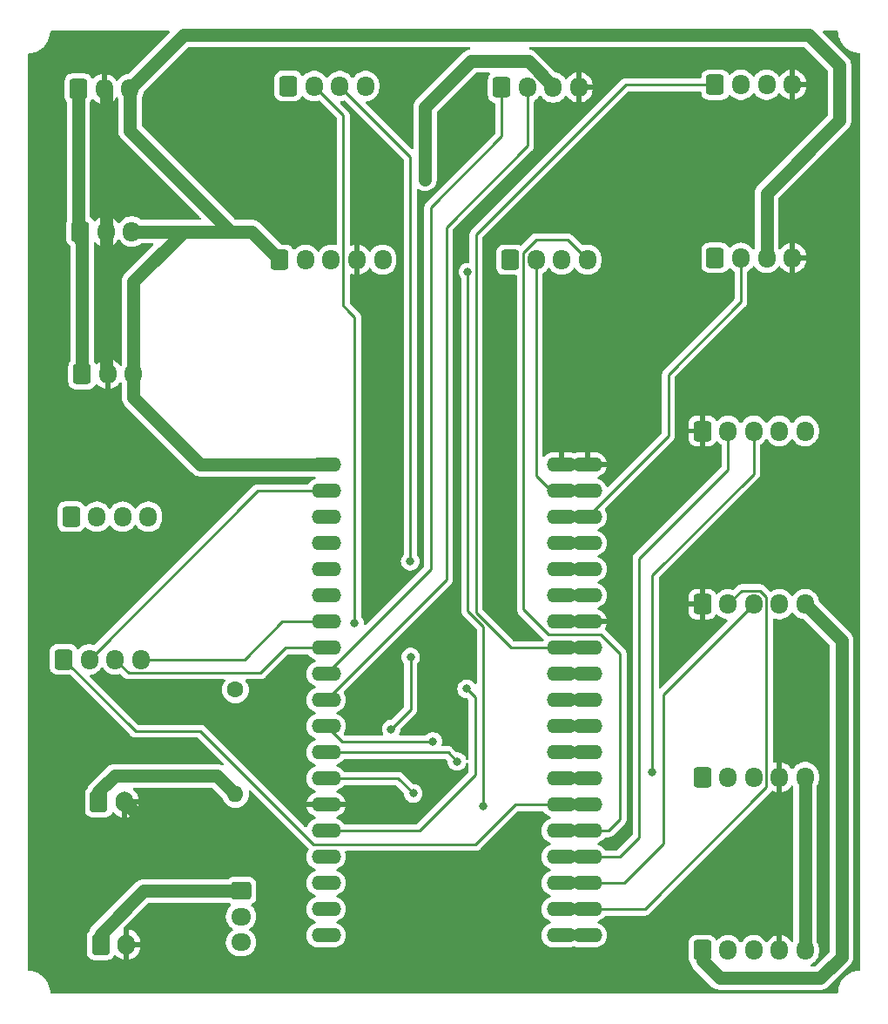
<source format=gbr>
%TF.GenerationSoftware,KiCad,Pcbnew,8.0.5*%
%TF.CreationDate,2025-04-21T16:13:32+05:30*%
%TF.ProjectId,arc,6172632e-6b69-4636-9164-5f7063625858,rev?*%
%TF.SameCoordinates,Original*%
%TF.FileFunction,Copper,L2,Bot*%
%TF.FilePolarity,Positive*%
%FSLAX46Y46*%
G04 Gerber Fmt 4.6, Leading zero omitted, Abs format (unit mm)*
G04 Created by KiCad (PCBNEW 8.0.5) date 2025-04-21 16:13:32*
%MOMM*%
%LPD*%
G01*
G04 APERTURE LIST*
G04 Aperture macros list*
%AMRoundRect*
0 Rectangle with rounded corners*
0 $1 Rounding radius*
0 $2 $3 $4 $5 $6 $7 $8 $9 X,Y pos of 4 corners*
0 Add a 4 corners polygon primitive as box body*
4,1,4,$2,$3,$4,$5,$6,$7,$8,$9,$2,$3,0*
0 Add four circle primitives for the rounded corners*
1,1,$1+$1,$2,$3*
1,1,$1+$1,$4,$5*
1,1,$1+$1,$6,$7*
1,1,$1+$1,$8,$9*
0 Add four rect primitives between the rounded corners*
20,1,$1+$1,$2,$3,$4,$5,0*
20,1,$1+$1,$4,$5,$6,$7,0*
20,1,$1+$1,$6,$7,$8,$9,0*
20,1,$1+$1,$8,$9,$2,$3,0*%
G04 Aperture macros list end*
%TA.AperFunction,ComponentPad*%
%ADD10RoundRect,0.250000X-0.600000X-0.725000X0.600000X-0.725000X0.600000X0.725000X-0.600000X0.725000X0*%
%TD*%
%TA.AperFunction,ComponentPad*%
%ADD11O,1.700000X1.950000*%
%TD*%
%TA.AperFunction,ComponentPad*%
%ADD12RoundRect,0.250000X-0.600000X-0.750000X0.600000X-0.750000X0.600000X0.750000X-0.600000X0.750000X0*%
%TD*%
%TA.AperFunction,ComponentPad*%
%ADD13O,1.700000X2.000000*%
%TD*%
%TA.AperFunction,ComponentPad*%
%ADD14O,2.844800X1.422400*%
%TD*%
%TA.AperFunction,ComponentPad*%
%ADD15C,1.600000*%
%TD*%
%TA.AperFunction,ComponentPad*%
%ADD16O,1.600000X1.600000*%
%TD*%
%TA.AperFunction,ComponentPad*%
%ADD17RoundRect,0.250000X-0.725000X0.600000X-0.725000X-0.600000X0.725000X-0.600000X0.725000X0.600000X0*%
%TD*%
%TA.AperFunction,ComponentPad*%
%ADD18O,1.950000X1.700000*%
%TD*%
%TA.AperFunction,ViaPad*%
%ADD19C,0.800000*%
%TD*%
%TA.AperFunction,Conductor*%
%ADD20C,1.270000*%
%TD*%
%TA.AperFunction,Conductor*%
%ADD21C,0.250000*%
%TD*%
G04 APERTURE END LIST*
D10*
%TO.P,J3,1,Pin_1*%
%TO.N,GPIO11*%
X136353083Y-41383333D03*
D11*
%TO.P,J3,2,Pin_2*%
%TO.N,GPIO10*%
X138853083Y-41383333D03*
%TO.P,J3,3,Pin_3*%
%TO.N,GPIO9*%
X141353083Y-41383333D03*
%TO.P,J3,4,Pin_4*%
%TO.N,GPIO13*%
X143853083Y-41383333D03*
%TD*%
D12*
%TO.P,J6,1,Pin_1*%
%TO.N,+5V*%
X118099998Y-124787500D03*
D13*
%TO.P,J6,2,Pin_2*%
%TO.N,GND*%
X120599998Y-124787500D03*
%TD*%
D10*
%TO.P,J5,1,Pin_1*%
%TO.N,GPIO21*%
X177859250Y-58070000D03*
D11*
%TO.P,J5,2,Pin_2*%
%TO.N,GPIO22*%
X180359250Y-58070000D03*
%TO.P,J5,3,Pin_3*%
%TO.N,VCCQ*%
X182859250Y-58070000D03*
%TO.P,J5,4,Pin_4*%
%TO.N,GND*%
X185359250Y-58070000D03*
%TD*%
D10*
%TO.P,J10,1,Pin_1*%
%TO.N,GPIO19*%
X177859250Y-41250000D03*
D11*
%TO.P,J10,2,Pin_2*%
%TO.N,GPIO18*%
X180359250Y-41250000D03*
%TO.P,J10,3,Pin_3*%
%TO.N,VCC*%
X182859250Y-41250000D03*
%TO.P,J10,4,Pin_4*%
%TO.N,GND*%
X185359250Y-41250000D03*
%TD*%
D10*
%TO.P,J15,1,Pin_1*%
%TO.N,VCC*%
X116116666Y-55506249D03*
D11*
%TO.P,J15,2,Pin_2*%
%TO.N,GND*%
X118616666Y-55506249D03*
%TO.P,J15,3,Pin_3*%
%TO.N,VCCQ*%
X121116666Y-55506249D03*
%TD*%
D10*
%TO.P,J2,1,Pin_1*%
%TO.N,GPIO12*%
X176609250Y-108530000D03*
D11*
%TO.P,J2,2,Pin_2*%
%TO.N,GPIO14*%
X179109250Y-108530000D03*
%TO.P,J2,3,Pin_3*%
%TO.N,GPIO27*%
X181609250Y-108530000D03*
%TO.P,J2,4,Pin_4*%
%TO.N,GND*%
X184109250Y-108530000D03*
%TO.P,J2,5,Pin_5*%
%TO.N,VCC*%
X186609250Y-108530000D03*
%TD*%
D14*
%TO.P,U1,3V3,3.3V*%
%TO.N,VCCQ*%
X140020000Y-78160000D03*
%TO.P,U1,EN,EN*%
%TO.N,SPI_RST*%
X140020000Y-80700000D03*
%TO.P,U1,GND@1,GND@1*%
%TO.N,GND*%
X140020000Y-111180000D03*
%TO.P,U1,GND@2,GND@2*%
X162880000Y-78160000D03*
X165420000Y-78160000D03*
%TO.P,U1,GND@3,GND@3*%
X162880000Y-93400000D03*
X165420000Y-93400000D03*
%TO.P,U1,GPIO0,GPIO0*%
%TO.N,GPIO0*%
X162880000Y-111180000D03*
X165420000Y-111180000D03*
%TO.P,U1,GPIO2,GPIO2*%
%TO.N,m4_4*%
X162880000Y-113720000D03*
X165420000Y-113720000D03*
%TO.P,U1,GPIO4,GPIO4*%
%TO.N,GPIO4*%
X162880000Y-108640000D03*
X165420000Y-108640000D03*
%TO.P,U1,GPIO5,GPIO5*%
%TO.N,GPIO5*%
X162880000Y-101020000D03*
X165420000Y-101020000D03*
%TO.P,U1,GPIO6,GPIO6*%
%TO.N,GPIO6*%
X162880000Y-123880000D03*
X165420000Y-123880000D03*
%TO.P,U1,GPIO7,GPIO7*%
%TO.N,GPIO7*%
X162880000Y-121340000D03*
X165420000Y-121340000D03*
%TO.P,U1,GPIO8,GPIO8*%
%TO.N,GPIO8*%
X162880000Y-118800000D03*
X165420000Y-118800000D03*
%TO.P,U1,GPIO9,GPIO9*%
%TO.N,GPIO9*%
X140020000Y-116260000D03*
%TO.P,U1,GPIO10,GPIO10*%
%TO.N,GPIO10*%
X140020000Y-118800000D03*
%TO.P,U1,GPIO11,GPIO11*%
%TO.N,GPIO11*%
X140020000Y-121340000D03*
%TO.P,U1,GPIO12,GPIO12*%
%TO.N,GPIO12*%
X140020000Y-108640000D03*
%TO.P,U1,GPIO13,GPIO13*%
%TO.N,GPIO13*%
X140020000Y-113720000D03*
%TO.P,U1,GPIO14,GPIO14*%
%TO.N,GPIO14*%
X140020000Y-106100000D03*
%TO.P,U1,GPIO15,GPIO15*%
%TO.N,GPIO15*%
X162880000Y-116260000D03*
X165420000Y-116260000D03*
%TO.P,U1,GPIO16,GPIO16*%
%TO.N,GPIO16*%
X162880000Y-106100000D03*
X165420000Y-106100000D03*
%TO.P,U1,GPIO17,GPIO17*%
%TO.N,GPIO17*%
X162880000Y-103560000D03*
X165420000Y-103560000D03*
%TO.P,U1,GPIO18,GPIO18*%
%TO.N,GPIO18*%
X162880000Y-98480000D03*
X165420000Y-98480000D03*
%TO.P,U1,GPIO19,GPIO19*%
%TO.N,GPIO19*%
X162880000Y-95940000D03*
X165420000Y-95940000D03*
%TO.P,U1,GPIO21,GPIO21*%
%TO.N,GPIO21*%
X162880000Y-90860000D03*
X165420000Y-90860000D03*
%TO.P,U1,GPIO22,GPIO22*%
%TO.N,GPIO22*%
X162880000Y-83240000D03*
X165420000Y-83240000D03*
%TO.P,U1,GPIO23,GPIO23*%
%TO.N,GPIO23*%
X162880000Y-80700000D03*
X165420000Y-80700000D03*
%TO.P,U1,GPIO25,GPIO25*%
%TO.N,GPIO25*%
X140020000Y-98480000D03*
%TO.P,U1,GPIO26,GPIO26*%
%TO.N,GPIO26*%
X140020000Y-101020000D03*
%TO.P,U1,GPIO27,GPIO27*%
%TO.N,GPIO27*%
X140020000Y-103560000D03*
%TO.P,U1,GPIO32,GPIO32*%
%TO.N,GPIO32*%
X140020000Y-93400000D03*
%TO.P,U1,GPIO33,GPIO33*%
%TO.N,GPIO33*%
X140020000Y-95940000D03*
%TO.P,U1,GPIO34,GPIO34*%
%TO.N,a_in_1*%
X140020000Y-88320000D03*
%TO.P,U1,GPIO35,GPIO35*%
%TO.N,a_in_2*%
X140020000Y-90860000D03*
%TO.P,U1,GPIO36,GPIO36*%
%TO.N,a_in_3*%
X140020000Y-83240000D03*
%TO.P,U1,GPIO39,GPIO39*%
%TO.N,a_in_4*%
X140020000Y-85780000D03*
%TO.P,U1,RX0,RX0*%
%TO.N,RX*%
X162880000Y-88320000D03*
X165420000Y-88320000D03*
%TO.P,U1,TX0,TX0*%
%TO.N,TX*%
X162880000Y-85780000D03*
X165420000Y-85780000D03*
%TO.P,U1,VIN,VIN*%
%TO.N,VAA*%
X140020000Y-123880000D03*
%TD*%
D10*
%TO.P,J14,1,Pin_1*%
%TO.N,GPIO25*%
X157106166Y-41516666D03*
D11*
%TO.P,J14,2,Pin_2*%
%TO.N,GPIO26*%
X159606166Y-41516666D03*
%TO.P,J14,3,Pin_3*%
%TO.N,VCC*%
X162106166Y-41516666D03*
%TO.P,J14,4,Pin_4*%
%TO.N,GND*%
X164606166Y-41516666D03*
%TD*%
D10*
%TO.P,J0,1,Pin_1*%
%TO.N,GND*%
X176609250Y-74890000D03*
D11*
%TO.P,J0,2,Pin_2*%
%TO.N,GPIO15*%
X179109250Y-74890000D03*
%TO.P,J0,3,Pin_3*%
%TO.N,GPIO4*%
X181609250Y-74890000D03*
%TO.P,J0,4,Pin_4*%
%TO.N,VCCQ*%
X184109250Y-74890000D03*
%TO.P,J0,5,Pin_5*%
X186609250Y-74890000D03*
%TD*%
D15*
%TO.P,R1,1*%
%TO.N,VCCQ*%
X131200000Y-100020000D03*
D16*
%TO.P,R1,2*%
%TO.N,Net-(J7-Pin_1)*%
X131200000Y-110180000D03*
%TD*%
D10*
%TO.P,J16,1,Pin_1*%
%TO.N,VCC*%
X116299999Y-69362499D03*
D11*
%TO.P,J16,2,Pin_2*%
%TO.N,GND*%
X118799999Y-69362499D03*
%TO.P,J16,3,Pin_3*%
%TO.N,VCCQ*%
X121299999Y-69362499D03*
%TD*%
D10*
%TO.P,J1,1,Pin_1*%
%TO.N,GND*%
X176609250Y-91710000D03*
D11*
%TO.P,J1,2,Pin_2*%
%TO.N,GPIO7*%
X179109250Y-91710000D03*
%TO.P,J1,3,Pin_3*%
%TO.N,GPIO8*%
X181609250Y-91710000D03*
%TO.P,J1,4,Pin_4*%
%TO.N,VCCQ*%
X184109250Y-91710000D03*
%TO.P,J1,5,Pin_5*%
X186609250Y-91710000D03*
%TD*%
D10*
%TO.P,J17,1,Pin_1*%
%TO.N,VCCQ*%
X176609250Y-125350000D03*
D11*
%TO.P,J17,2,Pin_2*%
%TO.N,TX*%
X179109250Y-125350000D03*
%TO.P,J17,3,Pin_3*%
%TO.N,RX*%
X181609250Y-125350000D03*
%TO.P,J17,4,Pin_4*%
%TO.N,GND*%
X184109250Y-125350000D03*
%TO.P,J17,5,Pin_5*%
%TO.N,VCC*%
X186609250Y-125350000D03*
%TD*%
D10*
%TO.P,J12,1,Pin_1*%
%TO.N,GPIO5*%
X157939500Y-58250000D03*
D11*
%TO.P,J12,2,Pin_2*%
%TO.N,GPIO23*%
X160439500Y-58250000D03*
%TO.P,J12,3,Pin_3*%
%TO.N,GPIO6*%
X162939500Y-58250000D03*
%TO.P,J12,4,Pin_4*%
%TO.N,m4_4*%
X165439500Y-58250000D03*
%TD*%
D10*
%TO.P,J9,1,Pin_1*%
%TO.N,GPIO0*%
X114500000Y-97074999D03*
D11*
%TO.P,J9,2,Pin_2*%
%TO.N,SPI_RST*%
X117000000Y-97074999D03*
%TO.P,J9,3,Pin_3*%
%TO.N,GPIO33*%
X119500000Y-97074999D03*
%TO.P,J9,4,Pin_4*%
%TO.N,GPIO32*%
X122000000Y-97074999D03*
%TD*%
D10*
%TO.P,J8,1,Pin_1*%
%TO.N,VCCQ*%
X135519750Y-58250000D03*
D11*
%TO.P,J8,2,Pin_2*%
%TO.N,GPIO16*%
X138019750Y-58250000D03*
%TO.P,J8,3,Pin_3*%
%TO.N,GPIO17*%
X140519750Y-58250000D03*
%TO.P,J8,4,Pin_4*%
%TO.N,GND*%
X143019750Y-58250000D03*
%TO.P,J8,5,Pin_5*%
%TO.N,VCC*%
X145519750Y-58250000D03*
%TD*%
D10*
%TO.P,J11,1,Pin_1*%
%TO.N,a_in_3*%
X115233332Y-83218749D03*
D11*
%TO.P,J11,2,Pin_2*%
%TO.N,a_in_4*%
X117733332Y-83218749D03*
%TO.P,J11,3,Pin_3*%
%TO.N,a_in_1*%
X120233332Y-83218749D03*
%TO.P,J11,4,Pin_4*%
%TO.N,a_in_2*%
X122733332Y-83218749D03*
%TD*%
D12*
%TO.P,J7,1,Pin_1*%
%TO.N,Net-(J7-Pin_1)*%
X117916665Y-110931249D03*
D13*
%TO.P,J7,2,Pin_2*%
%TO.N,GND*%
X120416665Y-110931249D03*
%TD*%
D17*
%TO.P,J4,1,Pin_1*%
%TO.N,+5V*%
X131750000Y-119570000D03*
D18*
%TO.P,J4,2,Pin_2*%
%TO.N,VCC*%
X131750000Y-122070000D03*
%TO.P,J4,3,Pin_3*%
%TO.N,VAA*%
X131750000Y-124570000D03*
%TD*%
D10*
%TO.P,J13,1,Pin_1*%
%TO.N,VCC*%
X115933333Y-41649999D03*
D11*
%TO.P,J13,2,Pin_2*%
%TO.N,GND*%
X118433333Y-41649999D03*
%TO.P,J13,3,Pin_3*%
%TO.N,VCCQ*%
X120933333Y-41649999D03*
%TD*%
D19*
%TO.N,GND*%
X135350000Y-109350000D03*
X171200000Y-75400000D03*
X139200000Y-52350000D03*
X132000000Y-52400000D03*
X131200000Y-112900000D03*
X168950000Y-77100000D03*
X168950000Y-82100000D03*
X171200000Y-79900000D03*
%TO.N,VCC*%
X149650000Y-50450000D03*
%TO.N,GPIO14*%
X152750000Y-107000000D03*
%TO.N,GPIO27*%
X150400000Y-105050000D03*
%TO.N,GPIO12*%
X148500000Y-110100000D03*
%TO.N,GPIO9*%
X146350000Y-103850000D03*
X148250000Y-96850000D03*
X148200000Y-87550000D03*
%TO.N,GPIO10*%
X142800000Y-93600000D03*
%TO.N,GPIO4*%
X171750000Y-108050000D03*
%TO.N,GPIO6*%
X155300000Y-111300000D03*
X153800000Y-59450000D03*
%TO.N,GPIO13*%
X153700000Y-99950000D03*
%TD*%
D20*
%TO.N,GND*%
X132050000Y-52350000D02*
X132000000Y-52400000D01*
X131200000Y-112900000D02*
X122385416Y-112900000D01*
X118616666Y-41833332D02*
X118433333Y-41649999D01*
X118616666Y-55506249D02*
X118616666Y-69179166D01*
X139200000Y-52350000D02*
X132050000Y-52350000D01*
X118616666Y-69179166D02*
X118799999Y-69362499D01*
X118616666Y-55506249D02*
X118616666Y-41833332D01*
X122385416Y-112900000D02*
X120416665Y-110931249D01*
%TO.N,VCC*%
X154150000Y-38950000D02*
X159664500Y-38950000D01*
X116116666Y-55506249D02*
X116116666Y-56333334D01*
X159664500Y-38950000D02*
X162106166Y-41391666D01*
X116116666Y-56333334D02*
X116299999Y-56516667D01*
X115933333Y-55322916D02*
X116116666Y-55506249D01*
X149650000Y-50450000D02*
X149650000Y-43450000D01*
X162106166Y-41391666D02*
X162106166Y-41516666D01*
X186609250Y-108530000D02*
X186609250Y-125350000D01*
X149650000Y-43450000D02*
X154150000Y-38950000D01*
X115933333Y-41649999D02*
X115933333Y-55322916D01*
X116299999Y-56516667D02*
X116299999Y-69362499D01*
D21*
%TO.N,GPIO14*%
X151875000Y-106125000D02*
X140045000Y-106125000D01*
X152750000Y-107000000D02*
X151875000Y-106125000D01*
X140045000Y-106125000D02*
X140020000Y-106100000D01*
%TO.N,GPIO27*%
X141560000Y-105100000D02*
X140020000Y-103560000D01*
X150350000Y-105100000D02*
X141560000Y-105100000D01*
X150400000Y-105050000D02*
X150350000Y-105100000D01*
%TO.N,GPIO12*%
X148500000Y-110100000D02*
X147040000Y-108640000D01*
X147040000Y-108640000D02*
X140020000Y-108640000D01*
%TO.N,GPIO9*%
X148250000Y-101950000D02*
X148250000Y-96850000D01*
X146350000Y-103850000D02*
X148250000Y-101950000D01*
X141353083Y-41383333D02*
X148200000Y-48230250D01*
X148200000Y-48230250D02*
X148200000Y-87550000D01*
%TO.N,GPIO10*%
X142800000Y-63800000D02*
X142800000Y-93600000D01*
X141694750Y-62694750D02*
X142300000Y-63300000D01*
X138853083Y-41383333D02*
X141694750Y-44225000D01*
X142300000Y-63300000D02*
X142800000Y-63800000D01*
X141694750Y-44225000D02*
X141694750Y-62694750D01*
D20*
%TO.N,+5V*%
X122317498Y-119570000D02*
X131750000Y-119570000D01*
X118099998Y-123787500D02*
X122317498Y-119570000D01*
X118099998Y-124787500D02*
X118099998Y-123787500D01*
D21*
%TO.N,GPIO4*%
X171750000Y-108050000D02*
X171750000Y-88900000D01*
X181609250Y-79040750D02*
X181609250Y-74890000D01*
X171750000Y-88900000D02*
X181609250Y-79040750D01*
D20*
%TO.N,VCCQ*%
X121299999Y-69362499D02*
X121299999Y-60356250D01*
X187000000Y-36450000D02*
X126133332Y-36450000D01*
X126150000Y-55506249D02*
X130750000Y-55506249D01*
X178334250Y-128050000D02*
X188050000Y-128050000D01*
X190150000Y-95250750D02*
X186609250Y-91710000D01*
X121299999Y-69362499D02*
X121299999Y-71649999D01*
X182859250Y-51790750D02*
X189950000Y-44700000D01*
X176609250Y-125350000D02*
X176609250Y-126325000D01*
X121299999Y-71649999D02*
X127810000Y-78160000D01*
X188050000Y-128050000D02*
X190150000Y-125950000D01*
X127810000Y-78160000D02*
X140020000Y-78160000D01*
X130750000Y-55506249D02*
X132775999Y-55506249D01*
X130750000Y-55506249D02*
X120933333Y-45689582D01*
X189950000Y-44700000D02*
X189950000Y-39400000D01*
X121116666Y-55506249D02*
X126150000Y-55506249D01*
X182859250Y-58070000D02*
X182859250Y-51790750D01*
X121299999Y-60356250D02*
X126150000Y-55506249D01*
X132775999Y-55506249D02*
X135519750Y-58250000D01*
X176609250Y-126325000D02*
X178334250Y-128050000D01*
X126133332Y-36450000D02*
X120933333Y-41649999D01*
X120933333Y-45689582D02*
X120933333Y-41649999D01*
X190150000Y-125950000D02*
X190150000Y-95250750D01*
X189950000Y-39400000D02*
X187000000Y-36450000D01*
D21*
%TO.N,GPIO22*%
X173300000Y-69400000D02*
X180359250Y-62340750D01*
X180359250Y-62340750D02*
X180359250Y-58070000D01*
X165420000Y-83240000D02*
X173300000Y-75360000D01*
X173300000Y-75360000D02*
X173300000Y-69400000D01*
%TO.N,GPIO6*%
X153800000Y-59450000D02*
X153800000Y-92386396D01*
X153800000Y-92386396D02*
X155300000Y-93886396D01*
X155300000Y-93886396D02*
X155300000Y-111300000D01*
%TO.N,GPIO7*%
X179109250Y-91710000D02*
X180409250Y-90410000D01*
X182850000Y-109500000D02*
X171010000Y-121340000D01*
X171010000Y-121340000D02*
X165420000Y-121340000D01*
X182245951Y-90410000D02*
X182850000Y-91014049D01*
X180409250Y-90410000D02*
X182245951Y-90410000D01*
X182850000Y-91014049D02*
X182850000Y-109500000D01*
%TO.N,GPIO8*%
X165420000Y-118800000D02*
X169000000Y-118800000D01*
X172800000Y-115000000D02*
X172800000Y-100519250D01*
X172800000Y-100519250D02*
X181609250Y-91710000D01*
X169000000Y-118800000D02*
X172800000Y-115000000D01*
%TO.N,GPIO19*%
X154600000Y-55800000D02*
X154600000Y-92550000D01*
X154600000Y-92550000D02*
X157990000Y-95940000D01*
X169150000Y-41250000D02*
X154600000Y-55800000D01*
X157990000Y-95940000D02*
X162880000Y-95940000D01*
X177859250Y-41250000D02*
X169150000Y-41250000D01*
%TO.N,GPIO26*%
X159606166Y-47193834D02*
X159606166Y-41516666D01*
X151700000Y-55100000D02*
X159606166Y-47193834D01*
X140020000Y-101020000D02*
X151700000Y-89340000D01*
X151700000Y-89340000D02*
X151700000Y-55100000D01*
%TO.N,GPIO25*%
X140020000Y-98480000D02*
X150200000Y-88300000D01*
X150200000Y-53150000D02*
X157106166Y-46243834D01*
X150200000Y-88300000D02*
X150200000Y-53150000D01*
X157106166Y-46243834D02*
X157106166Y-41516666D01*
%TO.N,GPIO13*%
X154500000Y-100750000D02*
X154500000Y-108300000D01*
X149080000Y-113720000D02*
X140020000Y-113720000D01*
X154500000Y-108300000D02*
X149080000Y-113720000D01*
X153700000Y-99950000D02*
X154500000Y-100750000D01*
%TO.N,GPIO32*%
X135750000Y-93400000D02*
X140020000Y-93400000D01*
X122000000Y-97074999D02*
X132075001Y-97074999D01*
X132075001Y-97074999D02*
X135750000Y-93400000D01*
%TO.N,GPIO15*%
X165420000Y-116260000D02*
X168590000Y-116260000D01*
X170450000Y-114400000D02*
X170450000Y-87300000D01*
X179109250Y-78640750D02*
X179109250Y-74890000D01*
X168590000Y-116260000D02*
X170450000Y-114400000D01*
X170450000Y-87300000D02*
X179109250Y-78640750D01*
%TO.N,GPIO0*%
X127800000Y-104050000D02*
X138800000Y-115050000D01*
X121475001Y-104050000D02*
X127800000Y-104050000D01*
X114500000Y-97074999D02*
X121475001Y-104050000D01*
X138800000Y-115050000D02*
X154560000Y-115050000D01*
X154560000Y-115050000D02*
X158430000Y-111180000D01*
X158430000Y-111180000D02*
X162880000Y-111180000D01*
%TO.N,GPIO33*%
X133625001Y-98374999D02*
X136060000Y-95940000D01*
X119500000Y-97074999D02*
X120800000Y-98374999D01*
X136060000Y-95940000D02*
X140020000Y-95940000D01*
X120800000Y-98374999D02*
X133625001Y-98374999D01*
%TO.N,m4_4*%
X160450000Y-56300000D02*
X159200000Y-57550000D01*
X166750000Y-94650000D02*
X168600000Y-96500000D01*
X163489500Y-56300000D02*
X160450000Y-56300000D01*
X159200000Y-57550000D02*
X159200000Y-92200000D01*
X159200000Y-92200000D02*
X161650000Y-94650000D01*
X161650000Y-94650000D02*
X166750000Y-94650000D01*
X168600000Y-112600000D02*
X167480000Y-113720000D01*
X168600000Y-96500000D02*
X168600000Y-112600000D01*
X165439500Y-58250000D02*
X163489500Y-56300000D01*
X167480000Y-113720000D02*
X165420000Y-113720000D01*
%TO.N,GPIO23*%
X162880000Y-80700000D02*
X161900000Y-80700000D01*
X160439500Y-79239500D02*
X160439500Y-58250000D01*
X161900000Y-80700000D02*
X160439500Y-79239500D01*
%TO.N,SPI_RST*%
X133374999Y-80700000D02*
X140020000Y-80700000D01*
X117000000Y-97074999D02*
X133374999Y-80700000D01*
D20*
%TO.N,Net-(J7-Pin_1)*%
X117916665Y-109931249D02*
X119447914Y-108400000D01*
X119447914Y-108400000D02*
X129420000Y-108400000D01*
X129420000Y-108400000D02*
X131200000Y-110180000D01*
X117916665Y-110931249D02*
X117916665Y-109931249D01*
%TD*%
%TA.AperFunction,Conductor*%
%TO.N,GND*%
G36*
X124745169Y-36019685D02*
G01*
X124790924Y-36072489D01*
X124800868Y-36141647D01*
X124771843Y-36205203D01*
X124765811Y-36211681D01*
X120826956Y-40150535D01*
X120765633Y-40184020D01*
X120758674Y-40185327D01*
X120617092Y-40207752D01*
X120414918Y-40273443D01*
X120225512Y-40369950D01*
X120053546Y-40494889D01*
X119903227Y-40645208D01*
X119903223Y-40645213D01*
X119783341Y-40810217D01*
X119728011Y-40852883D01*
X119658398Y-40858862D01*
X119596603Y-40826256D01*
X119582705Y-40810217D01*
X119463060Y-40645539D01*
X119463056Y-40645534D01*
X119312797Y-40495275D01*
X119312792Y-40495271D01*
X119140890Y-40370378D01*
X118951548Y-40273902D01*
X118749457Y-40208240D01*
X118683333Y-40197767D01*
X118683333Y-41245853D01*
X118616676Y-41207369D01*
X118495868Y-41174999D01*
X118370798Y-41174999D01*
X118249990Y-41207369D01*
X118183333Y-41245853D01*
X118183333Y-40197767D01*
X118183332Y-40197767D01*
X118117208Y-40208240D01*
X117915117Y-40273902D01*
X117725775Y-40370378D01*
X117553874Y-40495270D01*
X117415001Y-40634143D01*
X117353678Y-40667627D01*
X117283986Y-40662643D01*
X117228053Y-40620771D01*
X117221781Y-40611557D01*
X117184128Y-40550512D01*
X117126045Y-40456343D01*
X117001989Y-40332287D01*
X116861341Y-40245535D01*
X116852669Y-40240186D01*
X116852664Y-40240184D01*
X116843191Y-40237045D01*
X116686130Y-40185000D01*
X116686128Y-40184999D01*
X116583343Y-40174499D01*
X115283331Y-40174499D01*
X115283314Y-40174500D01*
X115180536Y-40184999D01*
X115180533Y-40185000D01*
X115014001Y-40240184D01*
X115013996Y-40240186D01*
X114864675Y-40332288D01*
X114740622Y-40456341D01*
X114648520Y-40605662D01*
X114648518Y-40605667D01*
X114622419Y-40684430D01*
X114593334Y-40772202D01*
X114593334Y-40772203D01*
X114593333Y-40772203D01*
X114582833Y-40874982D01*
X114582833Y-42425000D01*
X114582834Y-42425017D01*
X114593333Y-42527795D01*
X114593334Y-42527798D01*
X114648518Y-42694330D01*
X114648520Y-42694335D01*
X114661265Y-42714998D01*
X114740620Y-42843654D01*
X114740622Y-42843656D01*
X114761514Y-42864548D01*
X114794999Y-42925871D01*
X114797833Y-42952229D01*
X114797833Y-54544567D01*
X114791540Y-54583569D01*
X114776667Y-54628453D01*
X114776666Y-54628458D01*
X114766166Y-54731232D01*
X114766166Y-56281250D01*
X114766167Y-56281267D01*
X114776666Y-56384045D01*
X114776667Y-56384048D01*
X114830280Y-56545838D01*
X114831852Y-56550583D01*
X114923954Y-56699905D01*
X115048010Y-56823961D01*
X115082928Y-56845498D01*
X115128314Y-56894740D01*
X115145498Y-56928466D01*
X115146226Y-56929653D01*
X115146377Y-56930191D01*
X115147710Y-56932806D01*
X115147189Y-56933070D01*
X115164499Y-56994443D01*
X115164499Y-68060269D01*
X115144814Y-68127308D01*
X115128180Y-68147950D01*
X115107288Y-68168841D01*
X115015186Y-68318162D01*
X115015184Y-68318167D01*
X115010179Y-68333271D01*
X114960000Y-68484702D01*
X114960000Y-68484703D01*
X114959999Y-68484703D01*
X114949499Y-68587482D01*
X114949499Y-70137500D01*
X114949500Y-70137517D01*
X114959999Y-70240295D01*
X114960000Y-70240298D01*
X114975746Y-70287815D01*
X115015185Y-70406833D01*
X115107287Y-70556155D01*
X115231343Y-70680211D01*
X115380665Y-70772313D01*
X115547202Y-70827498D01*
X115649990Y-70837999D01*
X116950007Y-70837998D01*
X117052796Y-70827498D01*
X117219333Y-70772313D01*
X117368655Y-70680211D01*
X117492711Y-70556155D01*
X117584813Y-70406833D01*
X117584813Y-70406830D01*
X117588447Y-70400940D01*
X117640394Y-70354215D01*
X117709357Y-70342992D01*
X117773439Y-70370835D01*
X117781667Y-70378355D01*
X117920534Y-70517222D01*
X117920539Y-70517226D01*
X118092441Y-70642119D01*
X118281781Y-70738594D01*
X118483870Y-70804256D01*
X118549999Y-70814730D01*
X118549999Y-69766644D01*
X118616656Y-69805129D01*
X118737464Y-69837499D01*
X118862534Y-69837499D01*
X118983342Y-69805129D01*
X119049999Y-69766644D01*
X119049999Y-70814729D01*
X119116125Y-70804256D01*
X119116128Y-70804256D01*
X119318216Y-70738594D01*
X119507556Y-70642119D01*
X119679458Y-70517226D01*
X119679463Y-70517222D01*
X119829722Y-70366963D01*
X119829726Y-70366958D01*
X119940181Y-70214930D01*
X119995510Y-70172264D01*
X120065124Y-70166285D01*
X120126919Y-70198890D01*
X120161276Y-70259729D01*
X120164499Y-70287815D01*
X120164499Y-71739369D01*
X120192457Y-71915892D01*
X120234145Y-72044193D01*
X120247687Y-72085874D01*
X120247690Y-72085880D01*
X120328832Y-72245131D01*
X120433888Y-72389727D01*
X126943889Y-78899728D01*
X127070272Y-79026111D01*
X127214868Y-79131167D01*
X127374119Y-79212309D01*
X127407639Y-79223200D01*
X127407640Y-79223201D01*
X127441756Y-79234286D01*
X127544103Y-79267541D01*
X127602946Y-79276860D01*
X127720630Y-79295500D01*
X127720634Y-79295500D01*
X138862725Y-79295500D01*
X138901040Y-79301567D01*
X138933358Y-79312068D01*
X138991032Y-79351503D01*
X139018231Y-79415861D01*
X139006319Y-79484708D01*
X138959076Y-79536185D01*
X138933359Y-79547930D01*
X138843668Y-79577073D01*
X138673730Y-79663661D01*
X138519427Y-79775769D01*
X138384569Y-79910627D01*
X138384564Y-79910633D01*
X138302646Y-80023385D01*
X138247316Y-80066051D01*
X138202328Y-80074500D01*
X133442740Y-80074500D01*
X133442720Y-80074499D01*
X133436606Y-80074499D01*
X133313393Y-80074499D01*
X133313391Y-80074499D01*
X133214894Y-80094092D01*
X133201435Y-80096769D01*
X133192545Y-80098537D01*
X133192540Y-80098539D01*
X133160261Y-80111909D01*
X133145396Y-80118067D01*
X133078718Y-80145685D01*
X133078716Y-80145686D01*
X132976265Y-80214141D01*
X132976262Y-80214144D01*
X117552183Y-95638224D01*
X117490860Y-95671709D01*
X117426185Y-95668474D01*
X117316245Y-95632753D01*
X117316246Y-95632753D01*
X117146234Y-95605826D01*
X117106287Y-95599499D01*
X116893713Y-95599499D01*
X116853766Y-95605826D01*
X116683760Y-95632752D01*
X116481585Y-95698443D01*
X116292179Y-95794950D01*
X116120215Y-95919888D01*
X115981398Y-96058705D01*
X115920075Y-96092189D01*
X115850383Y-96087205D01*
X115794450Y-96045333D01*
X115788178Y-96036119D01*
X115692712Y-95881343D01*
X115568657Y-95757288D01*
X115568656Y-95757287D01*
X115429911Y-95671709D01*
X115419336Y-95665186D01*
X115419331Y-95665184D01*
X115392400Y-95656260D01*
X115252797Y-95610000D01*
X115252795Y-95609999D01*
X115150010Y-95599499D01*
X113849998Y-95599499D01*
X113849981Y-95599500D01*
X113747203Y-95609999D01*
X113747200Y-95610000D01*
X113580668Y-95665184D01*
X113580663Y-95665186D01*
X113431342Y-95757288D01*
X113307289Y-95881341D01*
X113215187Y-96030662D01*
X113215185Y-96030667D01*
X113210325Y-96045333D01*
X113160001Y-96197202D01*
X113160001Y-96197203D01*
X113160000Y-96197203D01*
X113149500Y-96299982D01*
X113149500Y-97850000D01*
X113149501Y-97850017D01*
X113160000Y-97952795D01*
X113160001Y-97952798D01*
X113215185Y-98119330D01*
X113215187Y-98119335D01*
X113250069Y-98175887D01*
X113307288Y-98268655D01*
X113431344Y-98392711D01*
X113580666Y-98484813D01*
X113747203Y-98539998D01*
X113849991Y-98550499D01*
X115039547Y-98550498D01*
X115106586Y-98570183D01*
X115127228Y-98586817D01*
X120986017Y-104445606D01*
X120986046Y-104445637D01*
X121076265Y-104535856D01*
X121076268Y-104535858D01*
X121118598Y-104564142D01*
X121178715Y-104604312D01*
X121259208Y-104637652D01*
X121292549Y-104651463D01*
X121352972Y-104663481D01*
X121413394Y-104675500D01*
X121413395Y-104675500D01*
X127489548Y-104675500D01*
X127556587Y-104695185D01*
X127577229Y-104711819D01*
X130030598Y-107165188D01*
X130064083Y-107226511D01*
X130059099Y-107296203D01*
X130017227Y-107352136D01*
X129951763Y-107376553D01*
X129886623Y-107363354D01*
X129855888Y-107347693D01*
X129828036Y-107338643D01*
X129795063Y-107327930D01*
X129795061Y-107327929D01*
X129795060Y-107327928D01*
X129710587Y-107300481D01*
X129685897Y-107292459D01*
X129685895Y-107292458D01*
X129685894Y-107292458D01*
X129509370Y-107264500D01*
X129509366Y-107264500D01*
X119537280Y-107264500D01*
X119358548Y-107264500D01*
X119358544Y-107264500D01*
X119182019Y-107292458D01*
X119072850Y-107327929D01*
X119072851Y-107327930D01*
X119012028Y-107347692D01*
X118920165Y-107394500D01*
X118852780Y-107428834D01*
X118852777Y-107428836D01*
X118819062Y-107453332D01*
X118708185Y-107533889D01*
X118708183Y-107533891D01*
X118708182Y-107533891D01*
X117176937Y-109065138D01*
X117050556Y-109191518D01*
X117050555Y-109191519D01*
X116945496Y-109336118D01*
X116864355Y-109495368D01*
X116864353Y-109495372D01*
X116861064Y-109505498D01*
X116861063Y-109505501D01*
X116836578Y-109580853D01*
X116806330Y-109630213D01*
X116723957Y-109712587D01*
X116723953Y-109712592D01*
X116723953Y-109712593D01*
X116717129Y-109723657D01*
X116631852Y-109861912D01*
X116631850Y-109861917D01*
X116615339Y-109911744D01*
X116576666Y-110028452D01*
X116576666Y-110028453D01*
X116576665Y-110028453D01*
X116566165Y-110131232D01*
X116566165Y-111731250D01*
X116566166Y-111731267D01*
X116576665Y-111834045D01*
X116576666Y-111834048D01*
X116610696Y-111936742D01*
X116631851Y-112000583D01*
X116723953Y-112149905D01*
X116848009Y-112273961D01*
X116997331Y-112366063D01*
X117163868Y-112421248D01*
X117266656Y-112431749D01*
X118566673Y-112431748D01*
X118669462Y-112421248D01*
X118835999Y-112366063D01*
X118985321Y-112273961D01*
X119109377Y-112149905D01*
X119201479Y-112000583D01*
X119201479Y-112000580D01*
X119205113Y-111994690D01*
X119257060Y-111947965D01*
X119326023Y-111936742D01*
X119390105Y-111964585D01*
X119398333Y-111972105D01*
X119537200Y-112110972D01*
X119537205Y-112110976D01*
X119709107Y-112235869D01*
X119898447Y-112332344D01*
X120100536Y-112398006D01*
X120166665Y-112408480D01*
X120166665Y-111364261D01*
X120223672Y-111397174D01*
X120350839Y-111431249D01*
X120482491Y-111431249D01*
X120609658Y-111397174D01*
X120666665Y-111364261D01*
X120666665Y-112408479D01*
X120732791Y-112398006D01*
X120732794Y-112398006D01*
X120934882Y-112332344D01*
X121124222Y-112235869D01*
X121296124Y-112110976D01*
X121296129Y-112110972D01*
X121446388Y-111960713D01*
X121446392Y-111960708D01*
X121571285Y-111788806D01*
X121667760Y-111599466D01*
X121733422Y-111397379D01*
X121733422Y-111397376D01*
X121766665Y-111187495D01*
X121766665Y-111181249D01*
X120849677Y-111181249D01*
X120882590Y-111124242D01*
X120916665Y-110997075D01*
X120916665Y-110865423D01*
X120882590Y-110738256D01*
X120849677Y-110681249D01*
X121766665Y-110681249D01*
X121766665Y-110675002D01*
X121733422Y-110465121D01*
X121733422Y-110465118D01*
X121667760Y-110263031D01*
X121571285Y-110073691D01*
X121446392Y-109901789D01*
X121446388Y-109901784D01*
X121292686Y-109748082D01*
X121294119Y-109746648D01*
X121260588Y-109695287D01*
X121260087Y-109625419D01*
X121297439Y-109566372D01*
X121360785Y-109536892D01*
X121379312Y-109535500D01*
X128898299Y-109535500D01*
X128965338Y-109555185D01*
X128985980Y-109571819D01*
X129925097Y-110510937D01*
X129957190Y-110566522D01*
X129973260Y-110626495D01*
X130069431Y-110832732D01*
X130069432Y-110832734D01*
X130199954Y-111019141D01*
X130360858Y-111180045D01*
X130360861Y-111180047D01*
X130547266Y-111310568D01*
X130753504Y-111406739D01*
X130973308Y-111465635D01*
X131135230Y-111479801D01*
X131199998Y-111485468D01*
X131200000Y-111485468D01*
X131200002Y-111485468D01*
X131256673Y-111480509D01*
X131426692Y-111465635D01*
X131646496Y-111406739D01*
X131852734Y-111310568D01*
X132039139Y-111180047D01*
X132200047Y-111019139D01*
X132330568Y-110832734D01*
X132426739Y-110626496D01*
X132485635Y-110406692D01*
X132505468Y-110180000D01*
X132485635Y-109953308D01*
X132483493Y-109945314D01*
X132485154Y-109875466D01*
X132524315Y-109817602D01*
X132588543Y-109790096D01*
X132657445Y-109801681D01*
X132690948Y-109825538D01*
X138289259Y-115423849D01*
X138322744Y-115485172D01*
X138317760Y-115554864D01*
X138301897Y-115584414D01*
X138272462Y-115624928D01*
X138185872Y-115794868D01*
X138185871Y-115794871D01*
X138126936Y-115976258D01*
X138097100Y-116164637D01*
X138097100Y-116355362D01*
X138126936Y-116543741D01*
X138185871Y-116725128D01*
X138185872Y-116725131D01*
X138255337Y-116861461D01*
X138272461Y-116895069D01*
X138384567Y-117049370D01*
X138519430Y-117184233D01*
X138673731Y-117296339D01*
X138750000Y-117335200D01*
X138843668Y-117382927D01*
X138843671Y-117382928D01*
X138933358Y-117412069D01*
X138991034Y-117451506D01*
X139018232Y-117515865D01*
X139006317Y-117584711D01*
X138959073Y-117636187D01*
X138933358Y-117647931D01*
X138843671Y-117677071D01*
X138843668Y-117677072D01*
X138673730Y-117763661D01*
X138519427Y-117875769D01*
X138384569Y-118010627D01*
X138272461Y-118164930D01*
X138185872Y-118334868D01*
X138185871Y-118334871D01*
X138126936Y-118516258D01*
X138097100Y-118704637D01*
X138097100Y-118895362D01*
X138126936Y-119083741D01*
X138185871Y-119265128D01*
X138185872Y-119265131D01*
X138255337Y-119401461D01*
X138272461Y-119435069D01*
X138384567Y-119589370D01*
X138519430Y-119724233D01*
X138673731Y-119836339D01*
X138750000Y-119875200D01*
X138843668Y-119922927D01*
X138843671Y-119922928D01*
X138933358Y-119952069D01*
X138991034Y-119991506D01*
X139018232Y-120055865D01*
X139006317Y-120124711D01*
X138959073Y-120176187D01*
X138933358Y-120187931D01*
X138843671Y-120217071D01*
X138843668Y-120217072D01*
X138673730Y-120303661D01*
X138519427Y-120415769D01*
X138384569Y-120550627D01*
X138272461Y-120704930D01*
X138185872Y-120874868D01*
X138185871Y-120874871D01*
X138126936Y-121056258D01*
X138097100Y-121244637D01*
X138097100Y-121435362D01*
X138126936Y-121623741D01*
X138185871Y-121805128D01*
X138185872Y-121805131D01*
X138255337Y-121941461D01*
X138272461Y-121975069D01*
X138384567Y-122129370D01*
X138519430Y-122264233D01*
X138673731Y-122376339D01*
X138693169Y-122386243D01*
X138843668Y-122462927D01*
X138843671Y-122462928D01*
X138933358Y-122492069D01*
X138991034Y-122531506D01*
X139018232Y-122595865D01*
X139006317Y-122664711D01*
X138959073Y-122716187D01*
X138933358Y-122727931D01*
X138843671Y-122757071D01*
X138843668Y-122757072D01*
X138673730Y-122843661D01*
X138519427Y-122955769D01*
X138384569Y-123090627D01*
X138272461Y-123244930D01*
X138185872Y-123414868D01*
X138185871Y-123414871D01*
X138126936Y-123596258D01*
X138097100Y-123784637D01*
X138097100Y-123975362D01*
X138126936Y-124163741D01*
X138185871Y-124345128D01*
X138185872Y-124345131D01*
X138259827Y-124490274D01*
X138272461Y-124515069D01*
X138384567Y-124669370D01*
X138519430Y-124804233D01*
X138673731Y-124916339D01*
X138750000Y-124955200D01*
X138843668Y-125002927D01*
X138843671Y-125002928D01*
X138934364Y-125032395D01*
X139025060Y-125061864D01*
X139213437Y-125091700D01*
X139213438Y-125091700D01*
X140826562Y-125091700D01*
X140826563Y-125091700D01*
X141014940Y-125061864D01*
X141196331Y-125002927D01*
X141366269Y-124916339D01*
X141520570Y-124804233D01*
X141655433Y-124669370D01*
X141767539Y-124515069D01*
X141854127Y-124345131D01*
X141913064Y-124163740D01*
X141942900Y-123975363D01*
X141942900Y-123784637D01*
X141913064Y-123596260D01*
X141855898Y-123420319D01*
X141854128Y-123414871D01*
X141854127Y-123414868D01*
X141793242Y-123295376D01*
X141767539Y-123244931D01*
X141655433Y-123090630D01*
X141520570Y-122955767D01*
X141366269Y-122843661D01*
X141196331Y-122757072D01*
X141196328Y-122757071D01*
X141106641Y-122727931D01*
X141048966Y-122688494D01*
X141021767Y-122624135D01*
X141033681Y-122555289D01*
X141080925Y-122503813D01*
X141106641Y-122492069D01*
X141196328Y-122462928D01*
X141196331Y-122462927D01*
X141366269Y-122376339D01*
X141520570Y-122264233D01*
X141655433Y-122129370D01*
X141767539Y-121975069D01*
X141854127Y-121805131D01*
X141913064Y-121623740D01*
X141942900Y-121435363D01*
X141942900Y-121244637D01*
X141913064Y-121056260D01*
X141867150Y-120914949D01*
X141854128Y-120874871D01*
X141854127Y-120874868D01*
X141777859Y-120725185D01*
X141767539Y-120704931D01*
X141655433Y-120550630D01*
X141520570Y-120415767D01*
X141366269Y-120303661D01*
X141196331Y-120217072D01*
X141196328Y-120217071D01*
X141106641Y-120187931D01*
X141048966Y-120148494D01*
X141021767Y-120084135D01*
X141033681Y-120015289D01*
X141080925Y-119963813D01*
X141106641Y-119952069D01*
X141196328Y-119922928D01*
X141196331Y-119922927D01*
X141366269Y-119836339D01*
X141520570Y-119724233D01*
X141655433Y-119589370D01*
X141767539Y-119435069D01*
X141854127Y-119265131D01*
X141913064Y-119083740D01*
X141942900Y-118895363D01*
X141942900Y-118704637D01*
X141913064Y-118516260D01*
X141854127Y-118334869D01*
X141854127Y-118334868D01*
X141795343Y-118219500D01*
X141767539Y-118164931D01*
X141655433Y-118010630D01*
X141520570Y-117875767D01*
X141366269Y-117763661D01*
X141196331Y-117677072D01*
X141196328Y-117677071D01*
X141106641Y-117647931D01*
X141048966Y-117608494D01*
X141021767Y-117544135D01*
X141033681Y-117475289D01*
X141080925Y-117423813D01*
X141106641Y-117412069D01*
X141196328Y-117382928D01*
X141196331Y-117382927D01*
X141366269Y-117296339D01*
X141520570Y-117184233D01*
X141655433Y-117049370D01*
X141767539Y-116895069D01*
X141854127Y-116725131D01*
X141913064Y-116543740D01*
X141942900Y-116355363D01*
X141942900Y-116164637D01*
X141913064Y-115976260D01*
X141868082Y-115837818D01*
X141866087Y-115767977D01*
X141902167Y-115708144D01*
X141964868Y-115677316D01*
X141986013Y-115675500D01*
X154621608Y-115675500D01*
X154621608Y-115675499D01*
X154706887Y-115658537D01*
X154706888Y-115658537D01*
X154718850Y-115656157D01*
X154742452Y-115651463D01*
X154783404Y-115634500D01*
X154856286Y-115604312D01*
X154907509Y-115570084D01*
X154958733Y-115535858D01*
X155045858Y-115448733D01*
X155045858Y-115448731D01*
X155056066Y-115438524D01*
X155056067Y-115438521D01*
X158652772Y-111841819D01*
X158714095Y-111808334D01*
X158740453Y-111805500D01*
X161062328Y-111805500D01*
X161129367Y-111825185D01*
X161162646Y-111856615D01*
X161241090Y-111964585D01*
X161244567Y-111969370D01*
X161379430Y-112104233D01*
X161533731Y-112216339D01*
X161572061Y-112235869D01*
X161703668Y-112302927D01*
X161703671Y-112302928D01*
X161793358Y-112332069D01*
X161851034Y-112371506D01*
X161878232Y-112435865D01*
X161866317Y-112504711D01*
X161819073Y-112556187D01*
X161793358Y-112567931D01*
X161703671Y-112597071D01*
X161703668Y-112597072D01*
X161533730Y-112683661D01*
X161379427Y-112795769D01*
X161244569Y-112930627D01*
X161132461Y-113084930D01*
X161045872Y-113254868D01*
X161045871Y-113254871D01*
X160986936Y-113436258D01*
X160957100Y-113624637D01*
X160957100Y-113815362D01*
X160986936Y-114003741D01*
X161045871Y-114185128D01*
X161045872Y-114185131D01*
X161115337Y-114321461D01*
X161132461Y-114355069D01*
X161244567Y-114509370D01*
X161379430Y-114644233D01*
X161533731Y-114756339D01*
X161574728Y-114777228D01*
X161703668Y-114842927D01*
X161703671Y-114842928D01*
X161793358Y-114872069D01*
X161851034Y-114911506D01*
X161878232Y-114975865D01*
X161866317Y-115044711D01*
X161819073Y-115096187D01*
X161793358Y-115107931D01*
X161703671Y-115137071D01*
X161703668Y-115137072D01*
X161533730Y-115223661D01*
X161379427Y-115335769D01*
X161244569Y-115470627D01*
X161132461Y-115624930D01*
X161045872Y-115794868D01*
X161045871Y-115794871D01*
X160986936Y-115976258D01*
X160957100Y-116164637D01*
X160957100Y-116355362D01*
X160986936Y-116543741D01*
X161045871Y-116725128D01*
X161045872Y-116725131D01*
X161115337Y-116861461D01*
X161132461Y-116895069D01*
X161244567Y-117049370D01*
X161379430Y-117184233D01*
X161533731Y-117296339D01*
X161610000Y-117335200D01*
X161703668Y-117382927D01*
X161703671Y-117382928D01*
X161793358Y-117412069D01*
X161851034Y-117451506D01*
X161878232Y-117515865D01*
X161866317Y-117584711D01*
X161819073Y-117636187D01*
X161793358Y-117647931D01*
X161703671Y-117677071D01*
X161703668Y-117677072D01*
X161533730Y-117763661D01*
X161379427Y-117875769D01*
X161244569Y-118010627D01*
X161132461Y-118164930D01*
X161045872Y-118334868D01*
X161045871Y-118334871D01*
X160986936Y-118516258D01*
X160957100Y-118704637D01*
X160957100Y-118895362D01*
X160986936Y-119083741D01*
X161045871Y-119265128D01*
X161045872Y-119265131D01*
X161115337Y-119401461D01*
X161132461Y-119435069D01*
X161244567Y-119589370D01*
X161379430Y-119724233D01*
X161533731Y-119836339D01*
X161610000Y-119875200D01*
X161703668Y-119922927D01*
X161703671Y-119922928D01*
X161793358Y-119952069D01*
X161851034Y-119991506D01*
X161878232Y-120055865D01*
X161866317Y-120124711D01*
X161819073Y-120176187D01*
X161793358Y-120187931D01*
X161703671Y-120217071D01*
X161703668Y-120217072D01*
X161533730Y-120303661D01*
X161379427Y-120415769D01*
X161244569Y-120550627D01*
X161132461Y-120704930D01*
X161045872Y-120874868D01*
X161045871Y-120874871D01*
X160986936Y-121056258D01*
X160957100Y-121244637D01*
X160957100Y-121435362D01*
X160986936Y-121623741D01*
X161045871Y-121805128D01*
X161045872Y-121805131D01*
X161115337Y-121941461D01*
X161132461Y-121975069D01*
X161244567Y-122129370D01*
X161379430Y-122264233D01*
X161533731Y-122376339D01*
X161553169Y-122386243D01*
X161703668Y-122462927D01*
X161703671Y-122462928D01*
X161793358Y-122492069D01*
X161851034Y-122531506D01*
X161878232Y-122595865D01*
X161866317Y-122664711D01*
X161819073Y-122716187D01*
X161793358Y-122727931D01*
X161703671Y-122757071D01*
X161703668Y-122757072D01*
X161533730Y-122843661D01*
X161379427Y-122955769D01*
X161244569Y-123090627D01*
X161132461Y-123244930D01*
X161045872Y-123414868D01*
X161045871Y-123414871D01*
X160986936Y-123596258D01*
X160957100Y-123784637D01*
X160957100Y-123975362D01*
X160986936Y-124163741D01*
X161045871Y-124345128D01*
X161045872Y-124345131D01*
X161119827Y-124490274D01*
X161132461Y-124515069D01*
X161244567Y-124669370D01*
X161379430Y-124804233D01*
X161533731Y-124916339D01*
X161610000Y-124955200D01*
X161703668Y-125002927D01*
X161703671Y-125002928D01*
X161794364Y-125032395D01*
X161885060Y-125061864D01*
X162073437Y-125091700D01*
X162073438Y-125091700D01*
X163686562Y-125091700D01*
X163686563Y-125091700D01*
X163874940Y-125061864D01*
X164056331Y-125002927D01*
X164093705Y-124983883D01*
X164162372Y-124970987D01*
X164206292Y-124983882D01*
X164243669Y-125002927D01*
X164243670Y-125002927D01*
X164243671Y-125002928D01*
X164334364Y-125032395D01*
X164425060Y-125061864D01*
X164613437Y-125091700D01*
X164613438Y-125091700D01*
X166226562Y-125091700D01*
X166226563Y-125091700D01*
X166414940Y-125061864D01*
X166596331Y-125002927D01*
X166766269Y-124916339D01*
X166920570Y-124804233D01*
X167055433Y-124669370D01*
X167167539Y-124515069D01*
X167254127Y-124345131D01*
X167313064Y-124163740D01*
X167342900Y-123975363D01*
X167342900Y-123784637D01*
X167313064Y-123596260D01*
X167255898Y-123420319D01*
X167254128Y-123414871D01*
X167254127Y-123414868D01*
X167193242Y-123295376D01*
X167167539Y-123244931D01*
X167055433Y-123090630D01*
X166920570Y-122955767D01*
X166766269Y-122843661D01*
X166596331Y-122757072D01*
X166596328Y-122757071D01*
X166506641Y-122727931D01*
X166448966Y-122688494D01*
X166421767Y-122624135D01*
X166433681Y-122555289D01*
X166480925Y-122503813D01*
X166506641Y-122492069D01*
X166596328Y-122462928D01*
X166596331Y-122462927D01*
X166766269Y-122376339D01*
X166920570Y-122264233D01*
X167055433Y-122129370D01*
X167137354Y-122016614D01*
X167192684Y-121973949D01*
X167237672Y-121965500D01*
X171071607Y-121965500D01*
X171132029Y-121953481D01*
X171192452Y-121941463D01*
X171192455Y-121941461D01*
X171192458Y-121941461D01*
X171225787Y-121927654D01*
X171225786Y-121927654D01*
X171225792Y-121927652D01*
X171306286Y-121894312D01*
X171357509Y-121860084D01*
X171408733Y-121825858D01*
X171495858Y-121738733D01*
X171495858Y-121738731D01*
X171506066Y-121728524D01*
X171506067Y-121728521D01*
X183335858Y-109898733D01*
X183335860Y-109898729D01*
X183339722Y-109894025D01*
X183340646Y-109894783D01*
X183389385Y-109854047D01*
X183458710Y-109845334D01*
X183495179Y-109857255D01*
X183591030Y-109906094D01*
X183793121Y-109971757D01*
X183859250Y-109982231D01*
X183859250Y-108934145D01*
X183925907Y-108972630D01*
X184046715Y-109005000D01*
X184171785Y-109005000D01*
X184292593Y-108972630D01*
X184359250Y-108934145D01*
X184359250Y-109982230D01*
X184425376Y-109971757D01*
X184425379Y-109971757D01*
X184627467Y-109906095D01*
X184816807Y-109809620D01*
X184988709Y-109684727D01*
X184988714Y-109684723D01*
X185138973Y-109534464D01*
X185138977Y-109534459D01*
X185249432Y-109382431D01*
X185304761Y-109339765D01*
X185374375Y-109333786D01*
X185436170Y-109366391D01*
X185470527Y-109427230D01*
X185473750Y-109455316D01*
X185473750Y-124424683D01*
X185454065Y-124491722D01*
X185401261Y-124537477D01*
X185332103Y-124547421D01*
X185268547Y-124518396D01*
X185249432Y-124497568D01*
X185138977Y-124345540D01*
X185138973Y-124345535D01*
X184988714Y-124195276D01*
X184988709Y-124195272D01*
X184816807Y-124070379D01*
X184627465Y-123973903D01*
X184425374Y-123908241D01*
X184359250Y-123897768D01*
X184359250Y-124945854D01*
X184292593Y-124907370D01*
X184171785Y-124875000D01*
X184046715Y-124875000D01*
X183925907Y-124907370D01*
X183859250Y-124945854D01*
X183859250Y-123897768D01*
X183859249Y-123897768D01*
X183793125Y-123908241D01*
X183591034Y-123973903D01*
X183401692Y-124070379D01*
X183229790Y-124195272D01*
X183229785Y-124195276D01*
X183079526Y-124345535D01*
X183079522Y-124345540D01*
X182959877Y-124510218D01*
X182904547Y-124552884D01*
X182834934Y-124558863D01*
X182773139Y-124526257D01*
X182759241Y-124510218D01*
X182639359Y-124345214D01*
X182639355Y-124345209D01*
X182489036Y-124194890D01*
X182317070Y-124069951D01*
X182127664Y-123973444D01*
X182127663Y-123973443D01*
X182127662Y-123973443D01*
X181925493Y-123907754D01*
X181925491Y-123907753D01*
X181925490Y-123907753D01*
X181764207Y-123882208D01*
X181715537Y-123874500D01*
X181502963Y-123874500D01*
X181454292Y-123882208D01*
X181293010Y-123907753D01*
X181090835Y-123973444D01*
X180901429Y-124069951D01*
X180729463Y-124194890D01*
X180579144Y-124345209D01*
X180579140Y-124345214D01*
X180459568Y-124509793D01*
X180404239Y-124552459D01*
X180334625Y-124558438D01*
X180272830Y-124525833D01*
X180258932Y-124509793D01*
X180139359Y-124345214D01*
X180139355Y-124345209D01*
X179989036Y-124194890D01*
X179817070Y-124069951D01*
X179627664Y-123973444D01*
X179627663Y-123973443D01*
X179627662Y-123973443D01*
X179425493Y-123907754D01*
X179425491Y-123907753D01*
X179425490Y-123907753D01*
X179264207Y-123882208D01*
X179215537Y-123874500D01*
X179002963Y-123874500D01*
X178954292Y-123882208D01*
X178793010Y-123907753D01*
X178590835Y-123973444D01*
X178401429Y-124069951D01*
X178229465Y-124194889D01*
X178090648Y-124333706D01*
X178029325Y-124367190D01*
X177959633Y-124362206D01*
X177903700Y-124320334D01*
X177897428Y-124311120D01*
X177801962Y-124156344D01*
X177677907Y-124032289D01*
X177677906Y-124032288D01*
X177528584Y-123940186D01*
X177362047Y-123885001D01*
X177362045Y-123885000D01*
X177259260Y-123874500D01*
X175959248Y-123874500D01*
X175959231Y-123874501D01*
X175856453Y-123885000D01*
X175856450Y-123885001D01*
X175689918Y-123940185D01*
X175689913Y-123940187D01*
X175540592Y-124032289D01*
X175416539Y-124156342D01*
X175324437Y-124305663D01*
X175324435Y-124305668D01*
X175311333Y-124345208D01*
X175269251Y-124472203D01*
X175269251Y-124472204D01*
X175269250Y-124472204D01*
X175258750Y-124574983D01*
X175258750Y-126125001D01*
X175258751Y-126125018D01*
X175269250Y-126227796D01*
X175269251Y-126227799D01*
X175324435Y-126394331D01*
X175324437Y-126394336D01*
X175416539Y-126543657D01*
X175498915Y-126626033D01*
X175529163Y-126675390D01*
X175533821Y-126689726D01*
X175533822Y-126689729D01*
X175556938Y-126760876D01*
X175608436Y-126861946D01*
X175638083Y-126920132D01*
X175638087Y-126920137D01*
X175697785Y-127002305D01*
X175697789Y-127002309D01*
X175743139Y-127064728D01*
X177594521Y-128916111D01*
X177655368Y-128960319D01*
X177739118Y-129021167D01*
X177898369Y-129102309D01*
X177898371Y-129102310D01*
X177940056Y-129115854D01*
X178068353Y-129157540D01*
X178244884Y-129185500D01*
X178244885Y-129185500D01*
X188139370Y-129185500D01*
X188217824Y-129173073D01*
X188315897Y-129157541D01*
X188444193Y-129115853D01*
X188485881Y-129102309D01*
X188645132Y-129021167D01*
X188789728Y-128916111D01*
X188916111Y-128789728D01*
X188974670Y-128731169D01*
X188974682Y-128731155D01*
X191016111Y-126689729D01*
X191016112Y-126689728D01*
X191016116Y-126689723D01*
X191060313Y-126628889D01*
X191060319Y-126628881D01*
X191121167Y-126545132D01*
X191202309Y-126385881D01*
X191212519Y-126354459D01*
X191257539Y-126215901D01*
X191257539Y-126215900D01*
X191257540Y-126215897D01*
X191285500Y-126039366D01*
X191285500Y-95161384D01*
X191285500Y-95161379D01*
X191269966Y-95063307D01*
X191267658Y-95048733D01*
X191267657Y-95048729D01*
X191258738Y-94992413D01*
X191257541Y-94984853D01*
X191203815Y-94819504D01*
X191202754Y-94815743D01*
X191188583Y-94787931D01*
X191121167Y-94655618D01*
X191016111Y-94511022D01*
X190889728Y-94384639D01*
X187983712Y-91478623D01*
X187950227Y-91417300D01*
X187948920Y-91410339D01*
X187926496Y-91268757D01*
X187926496Y-91268756D01*
X187885875Y-91143740D01*
X187860807Y-91066588D01*
X187860805Y-91066585D01*
X187860805Y-91066583D01*
X187782274Y-90912459D01*
X187764301Y-90877184D01*
X187764299Y-90877181D01*
X187764298Y-90877179D01*
X187639359Y-90705213D01*
X187489036Y-90554890D01*
X187317070Y-90429951D01*
X187127664Y-90333444D01*
X187127663Y-90333443D01*
X187127662Y-90333443D01*
X186925493Y-90267754D01*
X186925491Y-90267753D01*
X186925490Y-90267753D01*
X186764207Y-90242208D01*
X186715537Y-90234500D01*
X186502963Y-90234500D01*
X186454292Y-90242208D01*
X186293010Y-90267753D01*
X186090835Y-90333444D01*
X185901429Y-90429951D01*
X185729463Y-90554890D01*
X185579144Y-90705209D01*
X185579140Y-90705214D01*
X185459568Y-90869793D01*
X185404239Y-90912459D01*
X185334625Y-90918438D01*
X185272830Y-90885833D01*
X185258932Y-90869793D01*
X185139359Y-90705214D01*
X185139355Y-90705209D01*
X184989036Y-90554890D01*
X184817070Y-90429951D01*
X184627664Y-90333444D01*
X184627663Y-90333443D01*
X184627662Y-90333443D01*
X184425493Y-90267754D01*
X184425491Y-90267753D01*
X184425490Y-90267753D01*
X184264207Y-90242208D01*
X184215537Y-90234500D01*
X184002963Y-90234500D01*
X183954292Y-90242208D01*
X183793010Y-90267753D01*
X183590835Y-90333444D01*
X183401435Y-90429948D01*
X183341765Y-90473299D01*
X183275958Y-90496777D01*
X183207904Y-90480950D01*
X183181201Y-90460660D01*
X182736149Y-90015608D01*
X182736129Y-90015586D01*
X182644684Y-89924141D01*
X182593460Y-89889915D01*
X182542238Y-89855689D01*
X182542237Y-89855688D01*
X182542234Y-89855686D01*
X182542231Y-89855685D01*
X182461743Y-89822347D01*
X182428404Y-89808537D01*
X182418378Y-89806543D01*
X182367980Y-89796518D01*
X182307561Y-89784500D01*
X182307558Y-89784500D01*
X182307557Y-89784500D01*
X180476991Y-89784500D01*
X180476971Y-89784499D01*
X180470857Y-89784499D01*
X180347644Y-89784499D01*
X180246847Y-89804548D01*
X180246842Y-89804548D01*
X180226798Y-89808536D01*
X180226795Y-89808537D01*
X180190288Y-89823660D01*
X180190286Y-89823661D01*
X180112961Y-89855689D01*
X180010517Y-89924141D01*
X180010513Y-89924144D01*
X179661432Y-90273225D01*
X179600109Y-90306710D01*
X179535433Y-90303475D01*
X179425496Y-90267754D01*
X179268026Y-90242813D01*
X179215537Y-90234500D01*
X179002963Y-90234500D01*
X178954292Y-90242208D01*
X178793010Y-90267753D01*
X178590835Y-90333444D01*
X178401429Y-90429951D01*
X178229465Y-90554889D01*
X178090285Y-90694069D01*
X178028962Y-90727553D01*
X177959270Y-90722569D01*
X177903337Y-90680697D01*
X177897065Y-90671484D01*
X177801565Y-90516654D01*
X177677595Y-90392684D01*
X177528374Y-90300643D01*
X177528369Y-90300641D01*
X177361947Y-90245494D01*
X177361940Y-90245493D01*
X177259236Y-90235000D01*
X176859250Y-90235000D01*
X176859250Y-91305854D01*
X176792593Y-91267370D01*
X176671785Y-91235000D01*
X176546715Y-91235000D01*
X176425907Y-91267370D01*
X176359250Y-91305854D01*
X176359250Y-90235000D01*
X175959278Y-90235000D01*
X175959262Y-90235001D01*
X175856552Y-90245494D01*
X175690130Y-90300641D01*
X175690125Y-90300643D01*
X175540904Y-90392684D01*
X175416934Y-90516654D01*
X175324893Y-90665875D01*
X175324891Y-90665880D01*
X175269744Y-90832302D01*
X175269743Y-90832309D01*
X175259250Y-90935013D01*
X175259250Y-91460000D01*
X176205104Y-91460000D01*
X176166620Y-91526657D01*
X176134250Y-91647465D01*
X176134250Y-91772535D01*
X176166620Y-91893343D01*
X176205104Y-91960000D01*
X175259251Y-91960000D01*
X175259251Y-92484986D01*
X175269744Y-92587697D01*
X175324891Y-92754119D01*
X175324893Y-92754124D01*
X175416934Y-92903345D01*
X175540904Y-93027315D01*
X175690125Y-93119356D01*
X175690130Y-93119358D01*
X175856552Y-93174505D01*
X175856559Y-93174506D01*
X175959269Y-93184999D01*
X176359249Y-93184999D01*
X176359250Y-93184998D01*
X176359250Y-92114145D01*
X176425907Y-92152630D01*
X176546715Y-92185000D01*
X176671785Y-92185000D01*
X176792593Y-92152630D01*
X176859250Y-92114145D01*
X176859250Y-93184999D01*
X177259222Y-93184999D01*
X177259236Y-93184998D01*
X177361947Y-93174505D01*
X177528369Y-93119358D01*
X177528374Y-93119356D01*
X177677595Y-93027315D01*
X177801567Y-92903343D01*
X177897065Y-92748516D01*
X177949013Y-92701791D01*
X178017975Y-92690568D01*
X178082058Y-92718412D01*
X178090285Y-92725931D01*
X178229463Y-92865109D01*
X178401429Y-92990048D01*
X178401431Y-92990049D01*
X178401434Y-92990051D01*
X178590838Y-93086557D01*
X178793007Y-93152246D01*
X178793010Y-93152246D01*
X178793011Y-93152247D01*
X178870380Y-93164500D01*
X178975130Y-93181091D01*
X179038264Y-93211020D01*
X179075196Y-93270331D01*
X179074198Y-93340194D01*
X179043413Y-93391245D01*
X172587181Y-99847478D01*
X172525858Y-99880963D01*
X172456166Y-99875979D01*
X172400233Y-99834107D01*
X172375816Y-99768643D01*
X172375500Y-99759797D01*
X172375500Y-89210451D01*
X172395185Y-89143412D01*
X172411814Y-89122775D01*
X182007979Y-79526610D01*
X182007983Y-79526608D01*
X182095108Y-79439483D01*
X182129334Y-79388259D01*
X182163562Y-79337036D01*
X182210713Y-79223201D01*
X182234750Y-79102357D01*
X182234750Y-78979143D01*
X182234750Y-76287980D01*
X182254435Y-76220941D01*
X182302458Y-76177494D01*
X182317068Y-76170050D01*
X182489036Y-76045109D01*
X182489038Y-76045106D01*
X182489042Y-76045104D01*
X182639354Y-75894792D01*
X182758933Y-75730204D01*
X182814261Y-75687540D01*
X182883874Y-75681561D01*
X182945670Y-75714166D01*
X182959563Y-75730199D01*
X183061546Y-75870568D01*
X183079146Y-75894792D01*
X183229463Y-76045109D01*
X183401429Y-76170048D01*
X183401431Y-76170049D01*
X183401434Y-76170051D01*
X183590838Y-76266557D01*
X183793007Y-76332246D01*
X184002963Y-76365500D01*
X184002964Y-76365500D01*
X184215536Y-76365500D01*
X184215537Y-76365500D01*
X184425493Y-76332246D01*
X184627662Y-76266557D01*
X184817066Y-76170051D01*
X184839039Y-76154086D01*
X184989036Y-76045109D01*
X184989038Y-76045106D01*
X184989042Y-76045104D01*
X185139354Y-75894792D01*
X185258933Y-75730204D01*
X185314261Y-75687540D01*
X185383874Y-75681561D01*
X185445670Y-75714166D01*
X185459563Y-75730199D01*
X185561546Y-75870568D01*
X185579146Y-75894792D01*
X185729463Y-76045109D01*
X185901429Y-76170048D01*
X185901431Y-76170049D01*
X185901434Y-76170051D01*
X186090838Y-76266557D01*
X186293007Y-76332246D01*
X186502963Y-76365500D01*
X186502964Y-76365500D01*
X186715536Y-76365500D01*
X186715537Y-76365500D01*
X186925493Y-76332246D01*
X187127662Y-76266557D01*
X187317066Y-76170051D01*
X187339039Y-76154086D01*
X187489036Y-76045109D01*
X187489038Y-76045106D01*
X187489042Y-76045104D01*
X187639354Y-75894792D01*
X187639356Y-75894788D01*
X187639359Y-75894786D01*
X187764298Y-75722820D01*
X187764297Y-75722820D01*
X187764301Y-75722816D01*
X187860807Y-75533412D01*
X187926496Y-75331243D01*
X187959750Y-75121287D01*
X187959750Y-74658713D01*
X187926496Y-74448757D01*
X187860807Y-74246588D01*
X187764301Y-74057184D01*
X187764299Y-74057181D01*
X187764298Y-74057179D01*
X187639359Y-73885213D01*
X187489036Y-73734890D01*
X187317070Y-73609951D01*
X187127664Y-73513444D01*
X187127663Y-73513443D01*
X187127662Y-73513443D01*
X186925493Y-73447754D01*
X186925491Y-73447753D01*
X186925490Y-73447753D01*
X186764207Y-73422208D01*
X186715537Y-73414500D01*
X186502963Y-73414500D01*
X186454292Y-73422208D01*
X186293010Y-73447753D01*
X186090835Y-73513444D01*
X185901429Y-73609951D01*
X185729463Y-73734890D01*
X185579144Y-73885209D01*
X185579140Y-73885214D01*
X185459568Y-74049793D01*
X185404239Y-74092459D01*
X185334625Y-74098438D01*
X185272830Y-74065833D01*
X185258932Y-74049793D01*
X185139359Y-73885214D01*
X185139355Y-73885209D01*
X184989036Y-73734890D01*
X184817070Y-73609951D01*
X184627664Y-73513444D01*
X184627663Y-73513443D01*
X184627662Y-73513443D01*
X184425493Y-73447754D01*
X184425491Y-73447753D01*
X184425490Y-73447753D01*
X184264207Y-73422208D01*
X184215537Y-73414500D01*
X184002963Y-73414500D01*
X183954292Y-73422208D01*
X183793010Y-73447753D01*
X183590835Y-73513444D01*
X183401429Y-73609951D01*
X183229463Y-73734890D01*
X183079144Y-73885209D01*
X183079140Y-73885214D01*
X182959568Y-74049793D01*
X182904239Y-74092459D01*
X182834625Y-74098438D01*
X182772830Y-74065833D01*
X182758932Y-74049793D01*
X182639359Y-73885214D01*
X182639355Y-73885209D01*
X182489036Y-73734890D01*
X182317070Y-73609951D01*
X182127664Y-73513444D01*
X182127663Y-73513443D01*
X182127662Y-73513443D01*
X181925493Y-73447754D01*
X181925491Y-73447753D01*
X181925490Y-73447753D01*
X181764207Y-73422208D01*
X181715537Y-73414500D01*
X181502963Y-73414500D01*
X181454292Y-73422208D01*
X181293010Y-73447753D01*
X181090835Y-73513444D01*
X180901429Y-73609951D01*
X180729463Y-73734890D01*
X180579144Y-73885209D01*
X180579140Y-73885214D01*
X180459568Y-74049793D01*
X180404239Y-74092459D01*
X180334625Y-74098438D01*
X180272830Y-74065833D01*
X180258932Y-74049793D01*
X180139359Y-73885214D01*
X180139355Y-73885209D01*
X179989036Y-73734890D01*
X179817070Y-73609951D01*
X179627664Y-73513444D01*
X179627663Y-73513443D01*
X179627662Y-73513443D01*
X179425493Y-73447754D01*
X179425491Y-73447753D01*
X179425490Y-73447753D01*
X179264207Y-73422208D01*
X179215537Y-73414500D01*
X179002963Y-73414500D01*
X178954292Y-73422208D01*
X178793010Y-73447753D01*
X178590835Y-73513444D01*
X178401429Y-73609951D01*
X178229465Y-73734889D01*
X178090285Y-73874069D01*
X178028962Y-73907553D01*
X177959270Y-73902569D01*
X177903337Y-73860697D01*
X177897065Y-73851484D01*
X177801565Y-73696654D01*
X177677595Y-73572684D01*
X177528374Y-73480643D01*
X177528369Y-73480641D01*
X177361947Y-73425494D01*
X177361940Y-73425493D01*
X177259236Y-73415000D01*
X176859250Y-73415000D01*
X176859250Y-74485854D01*
X176792593Y-74447370D01*
X176671785Y-74415000D01*
X176546715Y-74415000D01*
X176425907Y-74447370D01*
X176359250Y-74485854D01*
X176359250Y-73415000D01*
X175959278Y-73415000D01*
X175959262Y-73415001D01*
X175856552Y-73425494D01*
X175690130Y-73480641D01*
X175690125Y-73480643D01*
X175540904Y-73572684D01*
X175416934Y-73696654D01*
X175324893Y-73845875D01*
X175324891Y-73845880D01*
X175269744Y-74012302D01*
X175269743Y-74012309D01*
X175259250Y-74115013D01*
X175259250Y-74640000D01*
X176205104Y-74640000D01*
X176166620Y-74706657D01*
X176134250Y-74827465D01*
X176134250Y-74952535D01*
X176166620Y-75073343D01*
X176205104Y-75140000D01*
X175259251Y-75140000D01*
X175259251Y-75664986D01*
X175269744Y-75767697D01*
X175324891Y-75934119D01*
X175324893Y-75934124D01*
X175416934Y-76083345D01*
X175540904Y-76207315D01*
X175690125Y-76299356D01*
X175690130Y-76299358D01*
X175856552Y-76354505D01*
X175856559Y-76354506D01*
X175959269Y-76364999D01*
X176359249Y-76364999D01*
X176359250Y-76364998D01*
X176359250Y-75294145D01*
X176425907Y-75332630D01*
X176546715Y-75365000D01*
X176671785Y-75365000D01*
X176792593Y-75332630D01*
X176859250Y-75294145D01*
X176859250Y-76364999D01*
X177259222Y-76364999D01*
X177259236Y-76364998D01*
X177361947Y-76354505D01*
X177528369Y-76299358D01*
X177528374Y-76299356D01*
X177677595Y-76207315D01*
X177801567Y-76083343D01*
X177897065Y-75928516D01*
X177949013Y-75881791D01*
X178017975Y-75870568D01*
X178082058Y-75898412D01*
X178090285Y-75905931D01*
X178229463Y-76045109D01*
X178401431Y-76170050D01*
X178416042Y-76177494D01*
X178466839Y-76225467D01*
X178483750Y-76287980D01*
X178483750Y-78330297D01*
X178464065Y-78397336D01*
X178447431Y-78417978D01*
X169964144Y-86901264D01*
X169964138Y-86901272D01*
X169895690Y-87003708D01*
X169895688Y-87003713D01*
X169863232Y-87082068D01*
X169863232Y-87082071D01*
X169853855Y-87104711D01*
X169848537Y-87117549D01*
X169848535Y-87117556D01*
X169824500Y-87238389D01*
X169824500Y-114089548D01*
X169804815Y-114156587D01*
X169788181Y-114177229D01*
X168367229Y-115598181D01*
X168305906Y-115631666D01*
X168279548Y-115634500D01*
X167237672Y-115634500D01*
X167170633Y-115614815D01*
X167137354Y-115583385D01*
X167055433Y-115470630D01*
X166920570Y-115335767D01*
X166766269Y-115223661D01*
X166596331Y-115137072D01*
X166596328Y-115137071D01*
X166506641Y-115107931D01*
X166448966Y-115068494D01*
X166421767Y-115004135D01*
X166433681Y-114935289D01*
X166480925Y-114883813D01*
X166506641Y-114872069D01*
X166596328Y-114842928D01*
X166596331Y-114842927D01*
X166766269Y-114756339D01*
X166920570Y-114644233D01*
X167055433Y-114509370D01*
X167137354Y-114396614D01*
X167192684Y-114353949D01*
X167237672Y-114345500D01*
X167541607Y-114345500D01*
X167602029Y-114333481D01*
X167662452Y-114321463D01*
X167662455Y-114321461D01*
X167662458Y-114321461D01*
X167695787Y-114307654D01*
X167695786Y-114307654D01*
X167695792Y-114307652D01*
X167776286Y-114274312D01*
X167827509Y-114240084D01*
X167878733Y-114205858D01*
X167965858Y-114118733D01*
X167965860Y-114118730D01*
X167972925Y-114111665D01*
X167972928Y-114111661D01*
X168998729Y-113085860D01*
X168998733Y-113085858D01*
X169085858Y-112998733D01*
X169154311Y-112896286D01*
X169201463Y-112782452D01*
X169225500Y-112661606D01*
X169225500Y-96438394D01*
X169201463Y-96317548D01*
X169181464Y-96269266D01*
X169154312Y-96203714D01*
X169100013Y-96122452D01*
X169085858Y-96101267D01*
X168998733Y-96014142D01*
X168998732Y-96014141D01*
X168995621Y-96011030D01*
X168995606Y-96011016D01*
X167240198Y-94255608D01*
X167240178Y-94255586D01*
X167179839Y-94195247D01*
X167146354Y-94133924D01*
X167151338Y-94064232D01*
X167164822Y-94039117D01*
X167164566Y-94038960D01*
X167167109Y-94034809D01*
X167253664Y-93864936D01*
X167312573Y-93683630D01*
X167317900Y-93650000D01*
X165795278Y-93650000D01*
X165839333Y-93573694D01*
X165870000Y-93459244D01*
X165870000Y-93340756D01*
X165839333Y-93226306D01*
X165795278Y-93150000D01*
X167317900Y-93150000D01*
X167312573Y-93116369D01*
X167253664Y-92935063D01*
X167167110Y-92765192D01*
X167055048Y-92610954D01*
X167055048Y-92610953D01*
X166920246Y-92476151D01*
X166766007Y-92364089D01*
X166596137Y-92277536D01*
X166505831Y-92248193D01*
X166448156Y-92208755D01*
X166420958Y-92144396D01*
X166432873Y-92075550D01*
X166480118Y-92024074D01*
X166505830Y-92012332D01*
X166596331Y-91982927D01*
X166766269Y-91896339D01*
X166920570Y-91784233D01*
X167055433Y-91649370D01*
X167167539Y-91495069D01*
X167254127Y-91325131D01*
X167313064Y-91143740D01*
X167342900Y-90955363D01*
X167342900Y-90764637D01*
X167313064Y-90576260D01*
X167254127Y-90394869D01*
X167254127Y-90394868D01*
X167172669Y-90235000D01*
X167167539Y-90224931D01*
X167055433Y-90070630D01*
X166920570Y-89935767D01*
X166766269Y-89823661D01*
X166728758Y-89804548D01*
X166596331Y-89737072D01*
X166596328Y-89737071D01*
X166506641Y-89707931D01*
X166448966Y-89668494D01*
X166421767Y-89604135D01*
X166433681Y-89535289D01*
X166480925Y-89483813D01*
X166506641Y-89472069D01*
X166596328Y-89442928D01*
X166596331Y-89442927D01*
X166766269Y-89356339D01*
X166920570Y-89244233D01*
X167055433Y-89109370D01*
X167167539Y-88955069D01*
X167254127Y-88785131D01*
X167313064Y-88603740D01*
X167342900Y-88415363D01*
X167342900Y-88224637D01*
X167313064Y-88036260D01*
X167254127Y-87854869D01*
X167254127Y-87854868D01*
X167194711Y-87738259D01*
X167167539Y-87684931D01*
X167055433Y-87530630D01*
X166920570Y-87395767D01*
X166766269Y-87283661D01*
X166596331Y-87197072D01*
X166596328Y-87197071D01*
X166506641Y-87167931D01*
X166448966Y-87128494D01*
X166421767Y-87064135D01*
X166433681Y-86995289D01*
X166480925Y-86943813D01*
X166506641Y-86932069D01*
X166596328Y-86902928D01*
X166596331Y-86902927D01*
X166604211Y-86898912D01*
X166766269Y-86816339D01*
X166920570Y-86704233D01*
X167055433Y-86569370D01*
X167167539Y-86415069D01*
X167254127Y-86245131D01*
X167313064Y-86063740D01*
X167342900Y-85875363D01*
X167342900Y-85684637D01*
X167313064Y-85496260D01*
X167254127Y-85314869D01*
X167254127Y-85314868D01*
X167167538Y-85144930D01*
X167055433Y-84990630D01*
X166920570Y-84855767D01*
X166766269Y-84743661D01*
X166596331Y-84657072D01*
X166596328Y-84657071D01*
X166506641Y-84627931D01*
X166448966Y-84588494D01*
X166421767Y-84524135D01*
X166433681Y-84455289D01*
X166480925Y-84403813D01*
X166506641Y-84392069D01*
X166596328Y-84362928D01*
X166596331Y-84362927D01*
X166766269Y-84276339D01*
X166920570Y-84164233D01*
X167055433Y-84029370D01*
X167167539Y-83875069D01*
X167254127Y-83705131D01*
X167313064Y-83523740D01*
X167342900Y-83335363D01*
X167342900Y-83144637D01*
X167313064Y-82956260D01*
X167254127Y-82774869D01*
X167254127Y-82774868D01*
X167167538Y-82604929D01*
X167155184Y-82587927D01*
X167133894Y-82558622D01*
X167110414Y-82492819D01*
X167126239Y-82424764D01*
X167146527Y-82398061D01*
X173698729Y-75845860D01*
X173698733Y-75845858D01*
X173785858Y-75758733D01*
X173854311Y-75656286D01*
X173854312Y-75656285D01*
X173854313Y-75656282D01*
X173854315Y-75656279D01*
X173864672Y-75631272D01*
X173901463Y-75542451D01*
X173925500Y-75421607D01*
X173925500Y-75298393D01*
X173925500Y-69710451D01*
X173945185Y-69643412D01*
X173961814Y-69622775D01*
X180757979Y-62826610D01*
X180757983Y-62826608D01*
X180845108Y-62739483D01*
X180879334Y-62688259D01*
X180913562Y-62637036D01*
X180960713Y-62523201D01*
X180984750Y-62402357D01*
X180984750Y-62279143D01*
X180984750Y-59467980D01*
X181004435Y-59400941D01*
X181052458Y-59357494D01*
X181067068Y-59350050D01*
X181239036Y-59225109D01*
X181239038Y-59225106D01*
X181239042Y-59225104D01*
X181389354Y-59074792D01*
X181508933Y-58910204D01*
X181564261Y-58867540D01*
X181633874Y-58861561D01*
X181695670Y-58894166D01*
X181709563Y-58910199D01*
X181811810Y-59050931D01*
X181829146Y-59074792D01*
X181979463Y-59225109D01*
X182151429Y-59350048D01*
X182151431Y-59350049D01*
X182151434Y-59350051D01*
X182340838Y-59446557D01*
X182543007Y-59512246D01*
X182752963Y-59545500D01*
X182752964Y-59545500D01*
X182965536Y-59545500D01*
X182965537Y-59545500D01*
X183175493Y-59512246D01*
X183377662Y-59446557D01*
X183567066Y-59350051D01*
X183643752Y-59294336D01*
X183739036Y-59225109D01*
X183739038Y-59225106D01*
X183739042Y-59225104D01*
X183889354Y-59074792D01*
X184009241Y-58909779D01*
X184064570Y-58867115D01*
X184134183Y-58861136D01*
X184195979Y-58893741D01*
X184209877Y-58909781D01*
X184329522Y-59074459D01*
X184329526Y-59074464D01*
X184479785Y-59224723D01*
X184479790Y-59224727D01*
X184651692Y-59349620D01*
X184841032Y-59446095D01*
X185043121Y-59511757D01*
X185109250Y-59522231D01*
X185109250Y-58474145D01*
X185175907Y-58512630D01*
X185296715Y-58545000D01*
X185421785Y-58545000D01*
X185542593Y-58512630D01*
X185609250Y-58474145D01*
X185609250Y-59522230D01*
X185675376Y-59511757D01*
X185675379Y-59511757D01*
X185877467Y-59446095D01*
X186066807Y-59349620D01*
X186238709Y-59224727D01*
X186238714Y-59224723D01*
X186388973Y-59074464D01*
X186388977Y-59074459D01*
X186513870Y-58902557D01*
X186610345Y-58713217D01*
X186676007Y-58511130D01*
X186676007Y-58511127D01*
X186706280Y-58320000D01*
X185763396Y-58320000D01*
X185801880Y-58253343D01*
X185834250Y-58132535D01*
X185834250Y-58007465D01*
X185801880Y-57886657D01*
X185763396Y-57820000D01*
X186706280Y-57820000D01*
X186676007Y-57628872D01*
X186676007Y-57628869D01*
X186610345Y-57426782D01*
X186513870Y-57237442D01*
X186388977Y-57065540D01*
X186388973Y-57065535D01*
X186238714Y-56915276D01*
X186238709Y-56915272D01*
X186066807Y-56790379D01*
X185877465Y-56693903D01*
X185675374Y-56628241D01*
X185609250Y-56617768D01*
X185609250Y-57665854D01*
X185542593Y-57627370D01*
X185421785Y-57595000D01*
X185296715Y-57595000D01*
X185175907Y-57627370D01*
X185109250Y-57665854D01*
X185109250Y-56617768D01*
X185109249Y-56617768D01*
X185043125Y-56628241D01*
X184841034Y-56693903D01*
X184651692Y-56790379D01*
X184479790Y-56915272D01*
X184479785Y-56915276D01*
X184329526Y-57065535D01*
X184329522Y-57065540D01*
X184219068Y-57217568D01*
X184163738Y-57260234D01*
X184094125Y-57266213D01*
X184032330Y-57233607D01*
X183997973Y-57172769D01*
X183994750Y-57144683D01*
X183994750Y-52312451D01*
X184014435Y-52245412D01*
X184031069Y-52224770D01*
X185716474Y-50539365D01*
X190816111Y-45439728D01*
X190827767Y-45423685D01*
X190921167Y-45295132D01*
X191002309Y-45135881D01*
X191015853Y-45094193D01*
X191057541Y-44965897D01*
X191073073Y-44867824D01*
X191085500Y-44789370D01*
X191085500Y-39310629D01*
X191057541Y-39134106D01*
X191057541Y-39134103D01*
X191003815Y-38968754D01*
X191002754Y-38964993D01*
X190921166Y-38804867D01*
X190816111Y-38660272D01*
X190689728Y-38533889D01*
X188367520Y-36211681D01*
X188334035Y-36150358D01*
X188339019Y-36080666D01*
X188380891Y-36024733D01*
X188446355Y-36000316D01*
X188455201Y-36000000D01*
X189681561Y-36000000D01*
X189748600Y-36019685D01*
X189794355Y-36072489D01*
X189805284Y-36115718D01*
X189817188Y-36293555D01*
X189817190Y-36293565D01*
X189875793Y-36581882D01*
X189972303Y-36859816D01*
X189972305Y-36859821D01*
X190104994Y-37122405D01*
X190104997Y-37122410D01*
X190104998Y-37122411D01*
X190271509Y-37364976D01*
X190468865Y-37583182D01*
X190693544Y-37773136D01*
X190941537Y-37931449D01*
X191208418Y-38055295D01*
X191489425Y-38142464D01*
X191779543Y-38191401D01*
X191880145Y-38194764D01*
X191946487Y-38216676D01*
X191990452Y-38270979D01*
X192000000Y-38318694D01*
X192000000Y-127181304D01*
X191980315Y-127248343D01*
X191927511Y-127294098D01*
X191880145Y-127305235D01*
X191779543Y-127308599D01*
X191489424Y-127357536D01*
X191331228Y-127406608D01*
X191208418Y-127444705D01*
X191208411Y-127444708D01*
X191208409Y-127444709D01*
X190941541Y-127568548D01*
X190693544Y-127726863D01*
X190693542Y-127726865D01*
X190468866Y-127916816D01*
X190271507Y-128135026D01*
X190104994Y-128377594D01*
X189972305Y-128640178D01*
X189972303Y-128640183D01*
X189875793Y-128918117D01*
X189817190Y-129206434D01*
X189817188Y-129206444D01*
X189805284Y-129384282D01*
X189781166Y-129449857D01*
X189725424Y-129491983D01*
X189681561Y-129500000D01*
X113321947Y-129500000D01*
X113254908Y-129480315D01*
X113209153Y-129427511D01*
X113197964Y-129378070D01*
X113197544Y-129352892D01*
X113158328Y-129061300D01*
X113080598Y-128777538D01*
X112965739Y-128506667D01*
X112889286Y-128377589D01*
X112815801Y-128253522D01*
X112633460Y-128022621D01*
X112524058Y-127916816D01*
X112421971Y-127818085D01*
X112298163Y-127726863D01*
X112185112Y-127643566D01*
X112185106Y-127643562D01*
X111927101Y-127502171D01*
X111927096Y-127502168D01*
X111927093Y-127502167D01*
X111927089Y-127502165D01*
X111927086Y-127502164D01*
X111652540Y-127396424D01*
X111652536Y-127396423D01*
X111366334Y-127328218D01*
X111366331Y-127328217D01*
X111111588Y-127302590D01*
X111046856Y-127276294D01*
X111006616Y-127219175D01*
X111000000Y-127179213D01*
X111000000Y-123987483D01*
X116749498Y-123987483D01*
X116749498Y-125587501D01*
X116749499Y-125587518D01*
X116759998Y-125690296D01*
X116759999Y-125690299D01*
X116793448Y-125791239D01*
X116815184Y-125856834D01*
X116907286Y-126006156D01*
X117031342Y-126130212D01*
X117180664Y-126222314D01*
X117347201Y-126277499D01*
X117449989Y-126288000D01*
X118750006Y-126287999D01*
X118852795Y-126277499D01*
X119019332Y-126222314D01*
X119168654Y-126130212D01*
X119292710Y-126006156D01*
X119384812Y-125856834D01*
X119384812Y-125856831D01*
X119388446Y-125850941D01*
X119440393Y-125804216D01*
X119509356Y-125792993D01*
X119573438Y-125820836D01*
X119581666Y-125828356D01*
X119720533Y-125967223D01*
X119720538Y-125967227D01*
X119892440Y-126092120D01*
X120081780Y-126188595D01*
X120283869Y-126254257D01*
X120349998Y-126264731D01*
X120349998Y-125220512D01*
X120407005Y-125253425D01*
X120534172Y-125287500D01*
X120665824Y-125287500D01*
X120792991Y-125253425D01*
X120849998Y-125220512D01*
X120849998Y-126264730D01*
X120916124Y-126254257D01*
X120916127Y-126254257D01*
X121118215Y-126188595D01*
X121307555Y-126092120D01*
X121479457Y-125967227D01*
X121479462Y-125967223D01*
X121629721Y-125816964D01*
X121629725Y-125816959D01*
X121754618Y-125645057D01*
X121851093Y-125455717D01*
X121916755Y-125253630D01*
X121916755Y-125253627D01*
X121949998Y-125043746D01*
X121949998Y-125037500D01*
X121033010Y-125037500D01*
X121065923Y-124980493D01*
X121099998Y-124853326D01*
X121099998Y-124721674D01*
X121065923Y-124594507D01*
X121033010Y-124537500D01*
X121949998Y-124537500D01*
X121949998Y-124531253D01*
X121916755Y-124321372D01*
X121916755Y-124321369D01*
X121851093Y-124119282D01*
X121754618Y-123929942D01*
X121629725Y-123758040D01*
X121629721Y-123758035D01*
X121479462Y-123607776D01*
X121479457Y-123607772D01*
X121307555Y-123482879D01*
X121118213Y-123386403D01*
X120916122Y-123320741D01*
X120849998Y-123310268D01*
X120849998Y-124354488D01*
X120792991Y-124321575D01*
X120665824Y-124287500D01*
X120534172Y-124287500D01*
X120407005Y-124321575D01*
X120349998Y-124354488D01*
X120349998Y-123302156D01*
X120323773Y-123261983D01*
X120323273Y-123192115D01*
X120354812Y-123138523D01*
X122751518Y-120741819D01*
X122812841Y-120708334D01*
X122839199Y-120705500D01*
X130447770Y-120705500D01*
X130514809Y-120725185D01*
X130535451Y-120741819D01*
X130556344Y-120762712D01*
X130711120Y-120858178D01*
X130757845Y-120910126D01*
X130769068Y-120979088D01*
X130741224Y-121043171D01*
X130733706Y-121051398D01*
X130594889Y-121190215D01*
X130469951Y-121362179D01*
X130373444Y-121551585D01*
X130307753Y-121753760D01*
X130280211Y-121927654D01*
X130274500Y-121963713D01*
X130274500Y-122176287D01*
X130307754Y-122386243D01*
X130361514Y-122551700D01*
X130373444Y-122588414D01*
X130469951Y-122777820D01*
X130594890Y-122949786D01*
X130745209Y-123100105D01*
X130745214Y-123100109D01*
X130909793Y-123219682D01*
X130952459Y-123275011D01*
X130958438Y-123344625D01*
X130925833Y-123406420D01*
X130909793Y-123420318D01*
X130745214Y-123539890D01*
X130745209Y-123539894D01*
X130594890Y-123690213D01*
X130469951Y-123862179D01*
X130373444Y-124051585D01*
X130307753Y-124253760D01*
X130293217Y-124345540D01*
X130274500Y-124463713D01*
X130274500Y-124676287D01*
X130307754Y-124886243D01*
X130345667Y-125002928D01*
X130373444Y-125088414D01*
X130469951Y-125277820D01*
X130594890Y-125449786D01*
X130745213Y-125600109D01*
X130917179Y-125725048D01*
X130917181Y-125725049D01*
X130917184Y-125725051D01*
X131106588Y-125821557D01*
X131308757Y-125887246D01*
X131518713Y-125920500D01*
X131518714Y-125920500D01*
X131981286Y-125920500D01*
X131981287Y-125920500D01*
X132191243Y-125887246D01*
X132393412Y-125821557D01*
X132582816Y-125725051D01*
X132604789Y-125709086D01*
X132754786Y-125600109D01*
X132754788Y-125600106D01*
X132754792Y-125600104D01*
X132905104Y-125449792D01*
X132905106Y-125449788D01*
X132905109Y-125449786D01*
X133030048Y-125277820D01*
X133030047Y-125277820D01*
X133030051Y-125277816D01*
X133126557Y-125088412D01*
X133192246Y-124886243D01*
X133225500Y-124676287D01*
X133225500Y-124463713D01*
X133192246Y-124253757D01*
X133126557Y-124051588D01*
X133030051Y-123862184D01*
X133030049Y-123862181D01*
X133030048Y-123862179D01*
X132905109Y-123690213D01*
X132754792Y-123539896D01*
X132652278Y-123465416D01*
X132590204Y-123420316D01*
X132547540Y-123364989D01*
X132541561Y-123295376D01*
X132574166Y-123233580D01*
X132590199Y-123219686D01*
X132754792Y-123100104D01*
X132905104Y-122949792D01*
X132905106Y-122949788D01*
X132905109Y-122949786D01*
X133030048Y-122777820D01*
X133030047Y-122777820D01*
X133030051Y-122777816D01*
X133126557Y-122588412D01*
X133192246Y-122386243D01*
X133225500Y-122176287D01*
X133225500Y-121963713D01*
X133192246Y-121753757D01*
X133126557Y-121551588D01*
X133030051Y-121362184D01*
X133030049Y-121362181D01*
X133030048Y-121362179D01*
X132905109Y-121190213D01*
X132766294Y-121051398D01*
X132732809Y-120990075D01*
X132737793Y-120920383D01*
X132779665Y-120864450D01*
X132788879Y-120858178D01*
X132794331Y-120854814D01*
X132794334Y-120854814D01*
X132943656Y-120762712D01*
X133067712Y-120638656D01*
X133159814Y-120489334D01*
X133214999Y-120322797D01*
X133225500Y-120220009D01*
X133225499Y-118919992D01*
X133214999Y-118817203D01*
X133159814Y-118650666D01*
X133067712Y-118501344D01*
X132943656Y-118377288D01*
X132794334Y-118285186D01*
X132627797Y-118230001D01*
X132627795Y-118230000D01*
X132525010Y-118219500D01*
X130974998Y-118219500D01*
X130974981Y-118219501D01*
X130872203Y-118230000D01*
X130872200Y-118230001D01*
X130705668Y-118285185D01*
X130705663Y-118285187D01*
X130556342Y-118377289D01*
X130535451Y-118398181D01*
X130474128Y-118431666D01*
X130447770Y-118434500D01*
X122228128Y-118434500D01*
X122051604Y-118462458D01*
X121931927Y-118501344D01*
X121931926Y-118501344D01*
X121881621Y-118517688D01*
X121722373Y-118598829D01*
X121722360Y-118598837D01*
X121651024Y-118650665D01*
X121651025Y-118650666D01*
X121577768Y-118703890D01*
X117233888Y-123047770D01*
X117128831Y-123192367D01*
X117047689Y-123351617D01*
X117036112Y-123387247D01*
X117019911Y-123437105D01*
X116989663Y-123486466D01*
X116907289Y-123568840D01*
X116907287Y-123568842D01*
X116907286Y-123568844D01*
X116890377Y-123596258D01*
X116815185Y-123718163D01*
X116815184Y-123718166D01*
X116759999Y-123884703D01*
X116759999Y-123884704D01*
X116759998Y-123884704D01*
X116749498Y-123987483D01*
X111000000Y-123987483D01*
X111000000Y-82443732D01*
X113882832Y-82443732D01*
X113882832Y-83993750D01*
X113882833Y-83993767D01*
X113893332Y-84096545D01*
X113893333Y-84096548D01*
X113939226Y-84235043D01*
X113948518Y-84263083D01*
X114040620Y-84412405D01*
X114164676Y-84536461D01*
X114313998Y-84628563D01*
X114480535Y-84683748D01*
X114583323Y-84694249D01*
X115883340Y-84694248D01*
X115986129Y-84683748D01*
X116152666Y-84628563D01*
X116301988Y-84536461D01*
X116426044Y-84412405D01*
X116518146Y-84263083D01*
X116518146Y-84263080D01*
X116521510Y-84257628D01*
X116573458Y-84210903D01*
X116642420Y-84199680D01*
X116706502Y-84227523D01*
X116714730Y-84235043D01*
X116853545Y-84373858D01*
X117025511Y-84498797D01*
X117025513Y-84498798D01*
X117025516Y-84498800D01*
X117214920Y-84595306D01*
X117417089Y-84660995D01*
X117627045Y-84694249D01*
X117627046Y-84694249D01*
X117839618Y-84694249D01*
X117839619Y-84694249D01*
X118049575Y-84660995D01*
X118251744Y-84595306D01*
X118441148Y-84498800D01*
X118533771Y-84431506D01*
X118613118Y-84373858D01*
X118613120Y-84373855D01*
X118613124Y-84373853D01*
X118763436Y-84223541D01*
X118883015Y-84058953D01*
X118938343Y-84016289D01*
X119007956Y-84010310D01*
X119069752Y-84042915D01*
X119083645Y-84058948D01*
X119160139Y-84164233D01*
X119203228Y-84223541D01*
X119353545Y-84373858D01*
X119525511Y-84498797D01*
X119525513Y-84498798D01*
X119525516Y-84498800D01*
X119714920Y-84595306D01*
X119917089Y-84660995D01*
X120127045Y-84694249D01*
X120127046Y-84694249D01*
X120339618Y-84694249D01*
X120339619Y-84694249D01*
X120549575Y-84660995D01*
X120751744Y-84595306D01*
X120941148Y-84498800D01*
X121033771Y-84431506D01*
X121113118Y-84373858D01*
X121113120Y-84373855D01*
X121113124Y-84373853D01*
X121263436Y-84223541D01*
X121383015Y-84058953D01*
X121438343Y-84016289D01*
X121507956Y-84010310D01*
X121569752Y-84042915D01*
X121583645Y-84058948D01*
X121660139Y-84164233D01*
X121703228Y-84223541D01*
X121853545Y-84373858D01*
X122025511Y-84498797D01*
X122025513Y-84498798D01*
X122025516Y-84498800D01*
X122214920Y-84595306D01*
X122417089Y-84660995D01*
X122627045Y-84694249D01*
X122627046Y-84694249D01*
X122839618Y-84694249D01*
X122839619Y-84694249D01*
X123049575Y-84660995D01*
X123251744Y-84595306D01*
X123441148Y-84498800D01*
X123533771Y-84431506D01*
X123613118Y-84373858D01*
X123613120Y-84373855D01*
X123613124Y-84373853D01*
X123763436Y-84223541D01*
X123763438Y-84223537D01*
X123763441Y-84223535D01*
X123888380Y-84051569D01*
X123888379Y-84051569D01*
X123888383Y-84051565D01*
X123984889Y-83862161D01*
X124050578Y-83659992D01*
X124083832Y-83450036D01*
X124083832Y-82987462D01*
X124050578Y-82777506D01*
X123984889Y-82575337D01*
X123888383Y-82385933D01*
X123888381Y-82385930D01*
X123888380Y-82385928D01*
X123763441Y-82213962D01*
X123613118Y-82063639D01*
X123441152Y-81938700D01*
X123251746Y-81842193D01*
X123251745Y-81842192D01*
X123251744Y-81842192D01*
X123049575Y-81776503D01*
X123049573Y-81776502D01*
X123049572Y-81776502D01*
X122888289Y-81750957D01*
X122839619Y-81743249D01*
X122627045Y-81743249D01*
X122578374Y-81750957D01*
X122417092Y-81776502D01*
X122214917Y-81842193D01*
X122025511Y-81938700D01*
X121853545Y-82063639D01*
X121703226Y-82213958D01*
X121703222Y-82213963D01*
X121583650Y-82378542D01*
X121528321Y-82421208D01*
X121458707Y-82427187D01*
X121396912Y-82394582D01*
X121383014Y-82378542D01*
X121263441Y-82213963D01*
X121263437Y-82213958D01*
X121113118Y-82063639D01*
X120941152Y-81938700D01*
X120751746Y-81842193D01*
X120751745Y-81842192D01*
X120751744Y-81842192D01*
X120549575Y-81776503D01*
X120549573Y-81776502D01*
X120549572Y-81776502D01*
X120388289Y-81750957D01*
X120339619Y-81743249D01*
X120127045Y-81743249D01*
X120078374Y-81750957D01*
X119917092Y-81776502D01*
X119714917Y-81842193D01*
X119525511Y-81938700D01*
X119353545Y-82063639D01*
X119203226Y-82213958D01*
X119203222Y-82213963D01*
X119083650Y-82378542D01*
X119028321Y-82421208D01*
X118958707Y-82427187D01*
X118896912Y-82394582D01*
X118883014Y-82378542D01*
X118763441Y-82213963D01*
X118763437Y-82213958D01*
X118613118Y-82063639D01*
X118441152Y-81938700D01*
X118251746Y-81842193D01*
X118251745Y-81842192D01*
X118251744Y-81842192D01*
X118049575Y-81776503D01*
X118049573Y-81776502D01*
X118049572Y-81776502D01*
X117888289Y-81750957D01*
X117839619Y-81743249D01*
X117627045Y-81743249D01*
X117578374Y-81750957D01*
X117417092Y-81776502D01*
X117214917Y-81842193D01*
X117025511Y-81938700D01*
X116853547Y-82063638D01*
X116714730Y-82202455D01*
X116653407Y-82235939D01*
X116583715Y-82230955D01*
X116527782Y-82189083D01*
X116521510Y-82179869D01*
X116426044Y-82025093D01*
X116301989Y-81901038D01*
X116301988Y-81901037D01*
X116206585Y-81842192D01*
X116152668Y-81808936D01*
X116152663Y-81808934D01*
X116137423Y-81803884D01*
X115986129Y-81753750D01*
X115986127Y-81753749D01*
X115883342Y-81743249D01*
X114583330Y-81743249D01*
X114583313Y-81743250D01*
X114480535Y-81753749D01*
X114480532Y-81753750D01*
X114314000Y-81808934D01*
X114313995Y-81808936D01*
X114164674Y-81901038D01*
X114040621Y-82025091D01*
X113948519Y-82174412D01*
X113948517Y-82174417D01*
X113943657Y-82189083D01*
X113893333Y-82340952D01*
X113893333Y-82340953D01*
X113893332Y-82340953D01*
X113882832Y-82443732D01*
X111000000Y-82443732D01*
X111000000Y-38320786D01*
X111019685Y-38253747D01*
X111072489Y-38207992D01*
X111111583Y-38197410D01*
X111366334Y-38171782D01*
X111652536Y-38103577D01*
X111927093Y-37997833D01*
X112185106Y-37856438D01*
X112421971Y-37681915D01*
X112633461Y-37477378D01*
X112815801Y-37246477D01*
X112965739Y-36993333D01*
X113080598Y-36722462D01*
X113158328Y-36438700D01*
X113197544Y-36147108D01*
X113197964Y-36121928D01*
X113218765Y-36055228D01*
X113272326Y-36010361D01*
X113321947Y-36000000D01*
X124678130Y-36000000D01*
X124745169Y-36019685D01*
G37*
%TD.AperFunction*%
%TA.AperFunction,Conductor*%
G36*
X185445670Y-92534166D02*
G01*
X185459563Y-92550199D01*
X185558126Y-92685860D01*
X185579146Y-92714792D01*
X185729463Y-92865109D01*
X185901429Y-92990048D01*
X185901431Y-92990049D01*
X185901434Y-92990051D01*
X185974569Y-93027315D01*
X186090833Y-93086555D01*
X186090835Y-93086555D01*
X186090838Y-93086557D01*
X186191789Y-93119358D01*
X186293006Y-93152246D01*
X186349579Y-93161206D01*
X186434589Y-93174670D01*
X186497724Y-93204599D01*
X186502873Y-93209462D01*
X188978181Y-95684770D01*
X189011666Y-95746093D01*
X189014500Y-95772451D01*
X189014500Y-125428298D01*
X188994815Y-125495337D01*
X188978181Y-125515979D01*
X187615980Y-126878181D01*
X187554657Y-126911666D01*
X187528299Y-126914500D01*
X187275301Y-126914500D01*
X187208262Y-126894815D01*
X187162507Y-126842011D01*
X187152563Y-126772853D01*
X187181588Y-126709297D01*
X187219006Y-126680015D01*
X187228079Y-126675392D01*
X187317066Y-126630051D01*
X187339039Y-126614086D01*
X187489036Y-126505109D01*
X187489038Y-126505106D01*
X187489042Y-126505104D01*
X187639354Y-126354792D01*
X187639356Y-126354788D01*
X187639359Y-126354786D01*
X187764298Y-126182820D01*
X187764297Y-126182820D01*
X187764301Y-126182816D01*
X187860807Y-125993412D01*
X187926496Y-125791243D01*
X187959750Y-125581287D01*
X187959750Y-125118713D01*
X187926496Y-124908757D01*
X187860807Y-124706588D01*
X187764301Y-124517184D01*
X187764299Y-124517182D01*
X187764296Y-124517175D01*
X187763024Y-124515099D01*
X187762758Y-124514156D01*
X187762089Y-124512843D01*
X187762350Y-124512709D01*
X187744750Y-124450308D01*
X187744750Y-109429691D01*
X187762351Y-109367290D01*
X187762089Y-109367157D01*
X187762761Y-109365837D01*
X187763028Y-109364892D01*
X187764287Y-109362834D01*
X187764301Y-109362816D01*
X187860807Y-109173412D01*
X187926496Y-108971243D01*
X187959750Y-108761287D01*
X187959750Y-108298713D01*
X187926496Y-108088757D01*
X187860807Y-107886588D01*
X187764301Y-107697184D01*
X187764299Y-107697181D01*
X187764298Y-107697179D01*
X187639359Y-107525213D01*
X187489036Y-107374890D01*
X187317070Y-107249951D01*
X187127664Y-107153444D01*
X187127663Y-107153443D01*
X187127662Y-107153443D01*
X186925493Y-107087754D01*
X186925491Y-107087753D01*
X186925490Y-107087753D01*
X186764207Y-107062208D01*
X186715537Y-107054500D01*
X186502963Y-107054500D01*
X186454292Y-107062208D01*
X186293010Y-107087753D01*
X186293007Y-107087754D01*
X186156319Y-107132167D01*
X186090835Y-107153444D01*
X185901429Y-107249951D01*
X185729463Y-107374890D01*
X185579144Y-107525209D01*
X185579140Y-107525214D01*
X185459258Y-107690218D01*
X185403928Y-107732884D01*
X185334315Y-107738863D01*
X185272520Y-107706257D01*
X185258622Y-107690218D01*
X185138977Y-107525540D01*
X185138973Y-107525535D01*
X184988714Y-107375276D01*
X184988709Y-107375272D01*
X184816807Y-107250379D01*
X184627465Y-107153903D01*
X184425374Y-107088241D01*
X184359250Y-107077768D01*
X184359250Y-108125854D01*
X184292593Y-108087370D01*
X184171785Y-108055000D01*
X184046715Y-108055000D01*
X183925907Y-108087370D01*
X183859250Y-108125854D01*
X183859250Y-107077768D01*
X183859249Y-107077768D01*
X183793125Y-107088241D01*
X183637817Y-107138703D01*
X183567976Y-107140698D01*
X183508143Y-107104617D01*
X183477316Y-107041916D01*
X183475500Y-107020772D01*
X183475500Y-93219752D01*
X183495185Y-93152713D01*
X183547989Y-93106958D01*
X183617147Y-93097014D01*
X183637806Y-93101818D01*
X183793007Y-93152246D01*
X184002963Y-93185500D01*
X184002964Y-93185500D01*
X184215536Y-93185500D01*
X184215537Y-93185500D01*
X184425493Y-93152246D01*
X184627662Y-93086557D01*
X184817066Y-92990051D01*
X184872192Y-92950000D01*
X184989036Y-92865109D01*
X184989038Y-92865106D01*
X184989042Y-92865104D01*
X185139354Y-92714792D01*
X185258933Y-92550204D01*
X185314261Y-92507540D01*
X185383874Y-92501561D01*
X185445670Y-92534166D01*
G37*
%TD.AperFunction*%
%TA.AperFunction,Conductor*%
G36*
X138269367Y-96585185D02*
G01*
X138302646Y-96616615D01*
X138379772Y-96722771D01*
X138384567Y-96729370D01*
X138519430Y-96864233D01*
X138673731Y-96976339D01*
X138750000Y-97015200D01*
X138843668Y-97062927D01*
X138843671Y-97062928D01*
X138933358Y-97092069D01*
X138991034Y-97131506D01*
X139018232Y-97195865D01*
X139006317Y-97264711D01*
X138959073Y-97316187D01*
X138933358Y-97327931D01*
X138843671Y-97357071D01*
X138843668Y-97357072D01*
X138673730Y-97443661D01*
X138519427Y-97555769D01*
X138384569Y-97690627D01*
X138272461Y-97844930D01*
X138185872Y-98014868D01*
X138185871Y-98014871D01*
X138126936Y-98196258D01*
X138097100Y-98384637D01*
X138097100Y-98575362D01*
X138126936Y-98763741D01*
X138185871Y-98945128D01*
X138185872Y-98945131D01*
X138259104Y-99088855D01*
X138272461Y-99115069D01*
X138384567Y-99269370D01*
X138519430Y-99404233D01*
X138673731Y-99516339D01*
X138750000Y-99555200D01*
X138843668Y-99602927D01*
X138843671Y-99602928D01*
X138933358Y-99632069D01*
X138991034Y-99671506D01*
X139018232Y-99735865D01*
X139006317Y-99804711D01*
X138959073Y-99856187D01*
X138933358Y-99867931D01*
X138843671Y-99897071D01*
X138843668Y-99897072D01*
X138673730Y-99983661D01*
X138519427Y-100095769D01*
X138384569Y-100230627D01*
X138272461Y-100384930D01*
X138185872Y-100554868D01*
X138185871Y-100554871D01*
X138126936Y-100736258D01*
X138097100Y-100924637D01*
X138097100Y-101115362D01*
X138126936Y-101303741D01*
X138185871Y-101485128D01*
X138185872Y-101485131D01*
X138264553Y-101639548D01*
X138272461Y-101655069D01*
X138384567Y-101809370D01*
X138519430Y-101944233D01*
X138673731Y-102056339D01*
X138750000Y-102095200D01*
X138843668Y-102142927D01*
X138843671Y-102142928D01*
X138933358Y-102172069D01*
X138991034Y-102211506D01*
X139018232Y-102275865D01*
X139006317Y-102344711D01*
X138959073Y-102396187D01*
X138933358Y-102407931D01*
X138843671Y-102437071D01*
X138843668Y-102437072D01*
X138673730Y-102523661D01*
X138519427Y-102635769D01*
X138384569Y-102770627D01*
X138272461Y-102924930D01*
X138185872Y-103094868D01*
X138185871Y-103094871D01*
X138126936Y-103276258D01*
X138097100Y-103464637D01*
X138097100Y-103655362D01*
X138126936Y-103843741D01*
X138185871Y-104025128D01*
X138185872Y-104025131D01*
X138249242Y-104149500D01*
X138272461Y-104195069D01*
X138384567Y-104349370D01*
X138519430Y-104484233D01*
X138673731Y-104596339D01*
X138750000Y-104635200D01*
X138843668Y-104682927D01*
X138843671Y-104682928D01*
X138933358Y-104712069D01*
X138991034Y-104751506D01*
X139018232Y-104815865D01*
X139006317Y-104884711D01*
X138959073Y-104936187D01*
X138933358Y-104947931D01*
X138843671Y-104977071D01*
X138843668Y-104977072D01*
X138673730Y-105063661D01*
X138519427Y-105175769D01*
X138384569Y-105310627D01*
X138272461Y-105464930D01*
X138185872Y-105634868D01*
X138185871Y-105634871D01*
X138126936Y-105816258D01*
X138097100Y-106004637D01*
X138097100Y-106195362D01*
X138126936Y-106383741D01*
X138185871Y-106565128D01*
X138185872Y-106565131D01*
X138272461Y-106735069D01*
X138384567Y-106889370D01*
X138519430Y-107024233D01*
X138673731Y-107136339D01*
X138730350Y-107165188D01*
X138843668Y-107222927D01*
X138843671Y-107222928D01*
X138933358Y-107252069D01*
X138991034Y-107291506D01*
X139018232Y-107355865D01*
X139006317Y-107424711D01*
X138959073Y-107476187D01*
X138933358Y-107487931D01*
X138843671Y-107517071D01*
X138843668Y-107517072D01*
X138673730Y-107603661D01*
X138519427Y-107715769D01*
X138384569Y-107850627D01*
X138272461Y-108004930D01*
X138185872Y-108174868D01*
X138185871Y-108174871D01*
X138126936Y-108356258D01*
X138097100Y-108544637D01*
X138097100Y-108735362D01*
X138126936Y-108923741D01*
X138185871Y-109105128D01*
X138185872Y-109105131D01*
X138254009Y-109238855D01*
X138272461Y-109275069D01*
X138384567Y-109429370D01*
X138519430Y-109564233D01*
X138673731Y-109676339D01*
X138744883Y-109712593D01*
X138843668Y-109762927D01*
X138843674Y-109762929D01*
X138934166Y-109792331D01*
X138991842Y-109831768D01*
X139019041Y-109896126D01*
X139007127Y-109964972D01*
X138959883Y-110016449D01*
X138934168Y-110028193D01*
X138843862Y-110057536D01*
X138673992Y-110144089D01*
X138519754Y-110256151D01*
X138519753Y-110256151D01*
X138384951Y-110390953D01*
X138384951Y-110390954D01*
X138272889Y-110545192D01*
X138186335Y-110715063D01*
X138127426Y-110896369D01*
X138122100Y-110930000D01*
X139644722Y-110930000D01*
X139600667Y-111006306D01*
X139570000Y-111120756D01*
X139570000Y-111239244D01*
X139600667Y-111353694D01*
X139644722Y-111430000D01*
X138122100Y-111430000D01*
X138127426Y-111463630D01*
X138186335Y-111644936D01*
X138272889Y-111814807D01*
X138384951Y-111969045D01*
X138384951Y-111969046D01*
X138519753Y-112103848D01*
X138673992Y-112215910D01*
X138843863Y-112302464D01*
X138934167Y-112331806D01*
X138991843Y-112371244D01*
X139019041Y-112435602D01*
X139007126Y-112504449D01*
X138959882Y-112555924D01*
X138934167Y-112567668D01*
X138843671Y-112597071D01*
X138843668Y-112597072D01*
X138673730Y-112683661D01*
X138519427Y-112795769D01*
X138384569Y-112930627D01*
X138272461Y-113084930D01*
X138185872Y-113254868D01*
X138175710Y-113286146D01*
X138136271Y-113343821D01*
X138071913Y-113371019D01*
X138003066Y-113359104D01*
X137970098Y-113335508D01*
X128290198Y-103655608D01*
X128290178Y-103655586D01*
X128198733Y-103564141D01*
X128135768Y-103522070D01*
X128096286Y-103495688D01*
X128096287Y-103495688D01*
X128096285Y-103495687D01*
X128056039Y-103479017D01*
X128015792Y-103462347D01*
X127982453Y-103448537D01*
X127972427Y-103446543D01*
X127922029Y-103436518D01*
X127861610Y-103424500D01*
X127861607Y-103424500D01*
X127861606Y-103424500D01*
X121785453Y-103424500D01*
X121718414Y-103404815D01*
X121697772Y-103388181D01*
X117065835Y-98756244D01*
X117032350Y-98694921D01*
X117037334Y-98625229D01*
X117079206Y-98569296D01*
X117134115Y-98546091D01*
X117279122Y-98523124D01*
X117316238Y-98517246D01*
X117316238Y-98517245D01*
X117316243Y-98517245D01*
X117518412Y-98451556D01*
X117707816Y-98355050D01*
X117729789Y-98339085D01*
X117879786Y-98230108D01*
X117879788Y-98230105D01*
X117879792Y-98230103D01*
X118030104Y-98079791D01*
X118149683Y-97915203D01*
X118205011Y-97872539D01*
X118274624Y-97866560D01*
X118336420Y-97899165D01*
X118350313Y-97915198D01*
X118422731Y-98014873D01*
X118469896Y-98079791D01*
X118620213Y-98230108D01*
X118792179Y-98355047D01*
X118792181Y-98355048D01*
X118792184Y-98355050D01*
X118981588Y-98451556D01*
X119183757Y-98517245D01*
X119393713Y-98550499D01*
X119393714Y-98550499D01*
X119606286Y-98550499D01*
X119606287Y-98550499D01*
X119816243Y-98517245D01*
X119926185Y-98481521D01*
X119996023Y-98479527D01*
X120052182Y-98511772D01*
X120401263Y-98860854D01*
X120401267Y-98860857D01*
X120503710Y-98929308D01*
X120503711Y-98929308D01*
X120503715Y-98929311D01*
X120570396Y-98956930D01*
X120570398Y-98956932D01*
X120617543Y-98976460D01*
X120617548Y-98976462D01*
X120637597Y-98980450D01*
X120671196Y-98987133D01*
X120738392Y-99000500D01*
X120738394Y-99000500D01*
X120867721Y-99000500D01*
X120867741Y-99000499D01*
X130088042Y-99000499D01*
X130155081Y-99020184D01*
X130200836Y-99072988D01*
X130210780Y-99142146D01*
X130189617Y-99195622D01*
X130069432Y-99367265D01*
X130069431Y-99367267D01*
X129973261Y-99573502D01*
X129973258Y-99573511D01*
X129914366Y-99793302D01*
X129914364Y-99793313D01*
X129894532Y-100019998D01*
X129894532Y-100020001D01*
X129914364Y-100246686D01*
X129914366Y-100246697D01*
X129973258Y-100466488D01*
X129973261Y-100466497D01*
X130069431Y-100672732D01*
X130069432Y-100672734D01*
X130199954Y-100859141D01*
X130360858Y-101020045D01*
X130360861Y-101020047D01*
X130547266Y-101150568D01*
X130753504Y-101246739D01*
X130973308Y-101305635D01*
X131135230Y-101319801D01*
X131199998Y-101325468D01*
X131200000Y-101325468D01*
X131200002Y-101325468D01*
X131256673Y-101320509D01*
X131426692Y-101305635D01*
X131646496Y-101246739D01*
X131852734Y-101150568D01*
X132039139Y-101020047D01*
X132200047Y-100859139D01*
X132330568Y-100672734D01*
X132426739Y-100466496D01*
X132485635Y-100246692D01*
X132505468Y-100020000D01*
X132485635Y-99793308D01*
X132426739Y-99573504D01*
X132330568Y-99367266D01*
X132210383Y-99195622D01*
X132188056Y-99129415D01*
X132205067Y-99061648D01*
X132256015Y-99013836D01*
X132311958Y-99000499D01*
X133686608Y-99000499D01*
X133747030Y-98988480D01*
X133807453Y-98976462D01*
X133807456Y-98976460D01*
X133807459Y-98976460D01*
X133840788Y-98962653D01*
X133840787Y-98962653D01*
X133840793Y-98962651D01*
X133921287Y-98929311D01*
X133972510Y-98895083D01*
X134023734Y-98860857D01*
X134110859Y-98773732D01*
X134110859Y-98773730D01*
X134121067Y-98763523D01*
X134121068Y-98763520D01*
X136282772Y-96601819D01*
X136344095Y-96568334D01*
X136370453Y-96565500D01*
X138202328Y-96565500D01*
X138269367Y-96585185D01*
G37*
%TD.AperFunction*%
%TA.AperFunction,Conductor*%
G36*
X151631587Y-106770185D02*
G01*
X151652229Y-106786819D01*
X151811038Y-106945628D01*
X151844523Y-107006951D01*
X151846678Y-107020347D01*
X151853082Y-107081275D01*
X151864326Y-107188256D01*
X151864327Y-107188259D01*
X151922818Y-107368277D01*
X151922821Y-107368284D01*
X152017467Y-107532216D01*
X152081797Y-107603661D01*
X152144129Y-107672888D01*
X152297265Y-107784148D01*
X152297270Y-107784151D01*
X152470192Y-107861142D01*
X152470197Y-107861144D01*
X152655354Y-107900500D01*
X152655355Y-107900500D01*
X152844644Y-107900500D01*
X152844646Y-107900500D01*
X153029803Y-107861144D01*
X153202730Y-107784151D01*
X153355871Y-107672888D01*
X153482533Y-107532216D01*
X153577179Y-107368284D01*
X153583870Y-107347693D01*
X153630596Y-107203884D01*
X153632569Y-107197811D01*
X153672006Y-107140136D01*
X153736365Y-107112938D01*
X153805211Y-107124853D01*
X153856687Y-107172097D01*
X153874500Y-107236130D01*
X153874500Y-107989547D01*
X153854815Y-108056586D01*
X153838181Y-108077228D01*
X148857229Y-113058181D01*
X148795906Y-113091666D01*
X148769548Y-113094500D01*
X141837672Y-113094500D01*
X141770633Y-113074815D01*
X141737354Y-113043385D01*
X141719436Y-113018723D01*
X141655433Y-112930630D01*
X141520570Y-112795767D01*
X141366269Y-112683661D01*
X141322984Y-112661606D01*
X141196331Y-112597072D01*
X141196328Y-112597071D01*
X141105832Y-112567668D01*
X141048157Y-112528231D01*
X141020958Y-112463872D01*
X141032872Y-112395026D01*
X141080116Y-112343550D01*
X141105832Y-112331806D01*
X141196136Y-112302464D01*
X141366007Y-112215910D01*
X141520245Y-112103848D01*
X141520246Y-112103848D01*
X141655048Y-111969046D01*
X141655048Y-111969045D01*
X141767110Y-111814807D01*
X141853664Y-111644936D01*
X141912573Y-111463630D01*
X141917900Y-111430000D01*
X140395278Y-111430000D01*
X140439333Y-111353694D01*
X140470000Y-111239244D01*
X140470000Y-111120756D01*
X140439333Y-111006306D01*
X140395278Y-110930000D01*
X141917900Y-110930000D01*
X141912573Y-110896369D01*
X141853664Y-110715063D01*
X141767110Y-110545192D01*
X141655048Y-110390954D01*
X141655048Y-110390953D01*
X141520246Y-110256151D01*
X141366007Y-110144089D01*
X141196137Y-110057536D01*
X141105831Y-110028193D01*
X141048156Y-109988755D01*
X141020958Y-109924396D01*
X141032873Y-109855550D01*
X141080118Y-109804074D01*
X141105830Y-109792332D01*
X141196331Y-109762927D01*
X141366269Y-109676339D01*
X141520570Y-109564233D01*
X141655433Y-109429370D01*
X141737354Y-109316614D01*
X141792684Y-109273949D01*
X141837672Y-109265500D01*
X146729548Y-109265500D01*
X146796587Y-109285185D01*
X146817229Y-109301819D01*
X147561038Y-110045628D01*
X147594523Y-110106951D01*
X147596678Y-110120347D01*
X147601310Y-110164413D01*
X147614326Y-110288256D01*
X147614327Y-110288259D01*
X147672818Y-110468277D01*
X147672821Y-110468284D01*
X147767467Y-110632216D01*
X147862905Y-110738210D01*
X147894129Y-110772888D01*
X148047265Y-110884148D01*
X148047270Y-110884151D01*
X148220192Y-110961142D01*
X148220197Y-110961144D01*
X148405354Y-111000500D01*
X148405355Y-111000500D01*
X148594644Y-111000500D01*
X148594646Y-111000500D01*
X148779803Y-110961144D01*
X148952730Y-110884151D01*
X149105871Y-110772888D01*
X149232533Y-110632216D01*
X149327179Y-110468284D01*
X149385674Y-110288256D01*
X149405460Y-110100000D01*
X149385674Y-109911744D01*
X149327179Y-109731716D01*
X149232533Y-109567784D01*
X149105871Y-109427112D01*
X149079289Y-109407799D01*
X148952734Y-109315851D01*
X148952729Y-109315848D01*
X148779807Y-109238857D01*
X148779802Y-109238855D01*
X148634001Y-109207865D01*
X148594646Y-109199500D01*
X148594645Y-109199500D01*
X148535452Y-109199500D01*
X148468413Y-109179815D01*
X148447771Y-109163181D01*
X147530198Y-108245608D01*
X147530178Y-108245586D01*
X147438735Y-108154143D01*
X147420314Y-108141834D01*
X147383966Y-108117548D01*
X147383967Y-108117548D01*
X147383965Y-108117546D01*
X147336290Y-108085690D01*
X147336286Y-108085688D01*
X147315861Y-108077228D01*
X147250126Y-108050000D01*
X147250124Y-108049998D01*
X147222455Y-108038538D01*
X147222453Y-108038537D01*
X147222452Y-108038537D01*
X147162029Y-108026518D01*
X147101610Y-108014500D01*
X147101607Y-108014500D01*
X147101606Y-108014500D01*
X141837672Y-108014500D01*
X141770633Y-107994815D01*
X141737354Y-107963385D01*
X141655433Y-107850630D01*
X141520570Y-107715767D01*
X141366269Y-107603661D01*
X141196331Y-107517072D01*
X141196328Y-107517071D01*
X141106641Y-107487931D01*
X141048966Y-107448494D01*
X141021767Y-107384135D01*
X141033681Y-107315289D01*
X141080925Y-107263813D01*
X141106641Y-107252069D01*
X141196328Y-107222928D01*
X141196331Y-107222927D01*
X141217211Y-107212288D01*
X141366269Y-107136339D01*
X141520570Y-107024233D01*
X141655433Y-106889370D01*
X141719192Y-106801613D01*
X141774521Y-106758949D01*
X141819509Y-106750500D01*
X151564548Y-106750500D01*
X151631587Y-106770185D01*
G37*
%TD.AperFunction*%
%TA.AperFunction,Conductor*%
G36*
X186545338Y-37605185D02*
G01*
X186565980Y-37621819D01*
X188778181Y-39834020D01*
X188811666Y-39895343D01*
X188814500Y-39921701D01*
X188814500Y-44178299D01*
X188794815Y-44245338D01*
X188778181Y-44265980D01*
X181993141Y-51051019D01*
X181993140Y-51051020D01*
X181888083Y-51195617D01*
X181806493Y-51355747D01*
X181805434Y-51359504D01*
X181751709Y-51524851D01*
X181751707Y-51524859D01*
X181742103Y-51585501D01*
X181723750Y-51701378D01*
X181723750Y-57143832D01*
X181704065Y-57210871D01*
X181651261Y-57256626D01*
X181582103Y-57266570D01*
X181518547Y-57237545D01*
X181499432Y-57216717D01*
X181389359Y-57065214D01*
X181389355Y-57065209D01*
X181239036Y-56914890D01*
X181067070Y-56789951D01*
X180877664Y-56693444D01*
X180877663Y-56693443D01*
X180877662Y-56693443D01*
X180675493Y-56627754D01*
X180675491Y-56627753D01*
X180675490Y-56627753D01*
X180514207Y-56602208D01*
X180465537Y-56594500D01*
X180252963Y-56594500D01*
X180204292Y-56602208D01*
X180043010Y-56627753D01*
X179840835Y-56693444D01*
X179651429Y-56789951D01*
X179479465Y-56914889D01*
X179340648Y-57053706D01*
X179279325Y-57087190D01*
X179209633Y-57082206D01*
X179153700Y-57040334D01*
X179147428Y-57031120D01*
X179051962Y-56876344D01*
X178927907Y-56752289D01*
X178927906Y-56752288D01*
X178787088Y-56665431D01*
X178778586Y-56660187D01*
X178778581Y-56660185D01*
X178731497Y-56644583D01*
X178612047Y-56605001D01*
X178612045Y-56605000D01*
X178509260Y-56594500D01*
X177209248Y-56594500D01*
X177209231Y-56594501D01*
X177106453Y-56605000D01*
X177106450Y-56605001D01*
X176939918Y-56660185D01*
X176939913Y-56660187D01*
X176790592Y-56752289D01*
X176666539Y-56876342D01*
X176574437Y-57025663D01*
X176574435Y-57025668D01*
X176557804Y-57075858D01*
X176519251Y-57192203D01*
X176519251Y-57192204D01*
X176519250Y-57192204D01*
X176508750Y-57294983D01*
X176508750Y-58845001D01*
X176508751Y-58845018D01*
X176519250Y-58947796D01*
X176519251Y-58947799D01*
X176563627Y-59081715D01*
X176574436Y-59114334D01*
X176666538Y-59263656D01*
X176790594Y-59387712D01*
X176939916Y-59479814D01*
X177106453Y-59534999D01*
X177209241Y-59545500D01*
X178509258Y-59545499D01*
X178612047Y-59534999D01*
X178778584Y-59479814D01*
X178927906Y-59387712D01*
X179051962Y-59263656D01*
X179144064Y-59114334D01*
X179144064Y-59114331D01*
X179147428Y-59108879D01*
X179199376Y-59062154D01*
X179268338Y-59050931D01*
X179332420Y-59078774D01*
X179340648Y-59086294D01*
X179479463Y-59225109D01*
X179651431Y-59350050D01*
X179666042Y-59357494D01*
X179716839Y-59405467D01*
X179733750Y-59467980D01*
X179733750Y-62030297D01*
X179714065Y-62097336D01*
X179697431Y-62117978D01*
X172814144Y-69001264D01*
X172814138Y-69001272D01*
X172745692Y-69103705D01*
X172745684Y-69103719D01*
X172714439Y-69179156D01*
X172712347Y-69184207D01*
X172706823Y-69197543D01*
X172698537Y-69217545D01*
X172698535Y-69217553D01*
X172674500Y-69338389D01*
X172674500Y-75049547D01*
X172654815Y-75116586D01*
X172638181Y-75137228D01*
X167467448Y-80307960D01*
X167406125Y-80341445D01*
X167336433Y-80336461D01*
X167280500Y-80294589D01*
X167261835Y-80258593D01*
X167254128Y-80234873D01*
X167254127Y-80234868D01*
X167182397Y-80094092D01*
X167167539Y-80064931D01*
X167055433Y-79910630D01*
X166920570Y-79775767D01*
X166766269Y-79663661D01*
X166716364Y-79638233D01*
X166596331Y-79577072D01*
X166596328Y-79577071D01*
X166505832Y-79547668D01*
X166448157Y-79508231D01*
X166420958Y-79443872D01*
X166432872Y-79375026D01*
X166480116Y-79323550D01*
X166505832Y-79311806D01*
X166596136Y-79282464D01*
X166766007Y-79195910D01*
X166920245Y-79083848D01*
X166920246Y-79083848D01*
X167055048Y-78949046D01*
X167055048Y-78949045D01*
X167167110Y-78794807D01*
X167253664Y-78624936D01*
X167312573Y-78443630D01*
X167317900Y-78410000D01*
X165795278Y-78410000D01*
X165839333Y-78333694D01*
X165870000Y-78219244D01*
X165870000Y-78100756D01*
X165839333Y-77986306D01*
X165795278Y-77910000D01*
X167317900Y-77910000D01*
X167312573Y-77876369D01*
X167253664Y-77695063D01*
X167167110Y-77525192D01*
X167055048Y-77370954D01*
X167055048Y-77370953D01*
X166920246Y-77236151D01*
X166766007Y-77124089D01*
X166596136Y-77037535D01*
X166414826Y-76978624D01*
X166226522Y-76948800D01*
X165670000Y-76948800D01*
X165670000Y-77784722D01*
X165593694Y-77740667D01*
X165479244Y-77710000D01*
X165360756Y-77710000D01*
X165246306Y-77740667D01*
X165170000Y-77784722D01*
X165170000Y-76948800D01*
X164613478Y-76948800D01*
X164425175Y-76978624D01*
X164425172Y-76978624D01*
X164243862Y-77037536D01*
X164243861Y-77037536D01*
X164206294Y-77056678D01*
X164137625Y-77069574D01*
X164093706Y-77056678D01*
X164056137Y-77037536D01*
X163874825Y-76978624D01*
X163686522Y-76948800D01*
X163130000Y-76948800D01*
X163130000Y-77784722D01*
X163053694Y-77740667D01*
X162939244Y-77710000D01*
X162820756Y-77710000D01*
X162706306Y-77740667D01*
X162630000Y-77784722D01*
X162630000Y-76948800D01*
X162073478Y-76948800D01*
X161885175Y-76978624D01*
X161885172Y-76978624D01*
X161703863Y-77037535D01*
X161533992Y-77124089D01*
X161379754Y-77236151D01*
X161379753Y-77236151D01*
X161276681Y-77339224D01*
X161215358Y-77372709D01*
X161145666Y-77367725D01*
X161089733Y-77325853D01*
X161065316Y-77260389D01*
X161065000Y-77251543D01*
X161065000Y-59647980D01*
X161084685Y-59580941D01*
X161132708Y-59537494D01*
X161147318Y-59530050D01*
X161319286Y-59405109D01*
X161319288Y-59405106D01*
X161319292Y-59405104D01*
X161469604Y-59254792D01*
X161589183Y-59090204D01*
X161644511Y-59047540D01*
X161714124Y-59041561D01*
X161775920Y-59074166D01*
X161789813Y-59090199D01*
X161887550Y-59224723D01*
X161909396Y-59254792D01*
X162059713Y-59405109D01*
X162231679Y-59530048D01*
X162231681Y-59530049D01*
X162231684Y-59530051D01*
X162421088Y-59626557D01*
X162623257Y-59692246D01*
X162833213Y-59725500D01*
X162833214Y-59725500D01*
X163045786Y-59725500D01*
X163045787Y-59725500D01*
X163255743Y-59692246D01*
X163457912Y-59626557D01*
X163647316Y-59530051D01*
X163757498Y-59450000D01*
X163819286Y-59405109D01*
X163819288Y-59405106D01*
X163819292Y-59405104D01*
X163969604Y-59254792D01*
X164089183Y-59090204D01*
X164144511Y-59047540D01*
X164214124Y-59041561D01*
X164275920Y-59074166D01*
X164289813Y-59090199D01*
X164387550Y-59224723D01*
X164409396Y-59254792D01*
X164559713Y-59405109D01*
X164731679Y-59530048D01*
X164731681Y-59530049D01*
X164731684Y-59530051D01*
X164921088Y-59626557D01*
X165123257Y-59692246D01*
X165333213Y-59725500D01*
X165333214Y-59725500D01*
X165545786Y-59725500D01*
X165545787Y-59725500D01*
X165755743Y-59692246D01*
X165957912Y-59626557D01*
X166147316Y-59530051D01*
X166257498Y-59450000D01*
X166319286Y-59405109D01*
X166319288Y-59405106D01*
X166319292Y-59405104D01*
X166469604Y-59254792D01*
X166469606Y-59254788D01*
X166469609Y-59254786D01*
X166594548Y-59082820D01*
X166594547Y-59082820D01*
X166594551Y-59082816D01*
X166691057Y-58893412D01*
X166756746Y-58691243D01*
X166790000Y-58481287D01*
X166790000Y-58018713D01*
X166756746Y-57808757D01*
X166691057Y-57606588D01*
X166594551Y-57417184D01*
X166594549Y-57417181D01*
X166594548Y-57417179D01*
X166469609Y-57245213D01*
X166319286Y-57094890D01*
X166147320Y-56969951D01*
X165957914Y-56873444D01*
X165957913Y-56873443D01*
X165957912Y-56873443D01*
X165755743Y-56807754D01*
X165755741Y-56807753D01*
X165755740Y-56807753D01*
X165579950Y-56779911D01*
X165545787Y-56774500D01*
X165333213Y-56774500D01*
X165299050Y-56779911D01*
X165123253Y-56807754D01*
X165013314Y-56843475D01*
X164943473Y-56845470D01*
X164887316Y-56813225D01*
X163982428Y-55908338D01*
X163982425Y-55908334D01*
X163982425Y-55908335D01*
X163975358Y-55901268D01*
X163975358Y-55901267D01*
X163888233Y-55814142D01*
X163888232Y-55814141D01*
X163888231Y-55814140D01*
X163825382Y-55772146D01*
X163785786Y-55745688D01*
X163785787Y-55745688D01*
X163785785Y-55745687D01*
X163745539Y-55729017D01*
X163705292Y-55712347D01*
X163671953Y-55698537D01*
X163661927Y-55696543D01*
X163611529Y-55686518D01*
X163551110Y-55674500D01*
X163551107Y-55674500D01*
X163551106Y-55674500D01*
X160511607Y-55674500D01*
X160388393Y-55674500D01*
X160388389Y-55674500D01*
X160327971Y-55686518D01*
X160267548Y-55698537D01*
X160267543Y-55698538D01*
X160234207Y-55712347D01*
X160220397Y-55718067D01*
X160153718Y-55745685D01*
X160134571Y-55758479D01*
X160128190Y-55762743D01*
X160128189Y-55762744D01*
X160128188Y-55762743D01*
X160051266Y-55814142D01*
X160051265Y-55814143D01*
X160007704Y-55857705D01*
X159964142Y-55901267D01*
X159964139Y-55901270D01*
X159031075Y-56834333D01*
X158969752Y-56867818D01*
X158900060Y-56862834D01*
X158878300Y-56852192D01*
X158858836Y-56840187D01*
X158858834Y-56840186D01*
X158858831Y-56840185D01*
X158692297Y-56785001D01*
X158692295Y-56785000D01*
X158589510Y-56774500D01*
X157289498Y-56774500D01*
X157289481Y-56774501D01*
X157186703Y-56785000D01*
X157186700Y-56785001D01*
X157020168Y-56840185D01*
X157020163Y-56840187D01*
X156870842Y-56932289D01*
X156746789Y-57056342D01*
X156654687Y-57205663D01*
X156654685Y-57205668D01*
X156651024Y-57216717D01*
X156599501Y-57372203D01*
X156599501Y-57372204D01*
X156599500Y-57372204D01*
X156589000Y-57474983D01*
X156589000Y-59025001D01*
X156589001Y-59025018D01*
X156599500Y-59127796D01*
X156599501Y-59127799D01*
X156643885Y-59261740D01*
X156654686Y-59294334D01*
X156746788Y-59443656D01*
X156870844Y-59567712D01*
X157020166Y-59659814D01*
X157186703Y-59714999D01*
X157289491Y-59725500D01*
X158450500Y-59725499D01*
X158517539Y-59745184D01*
X158563294Y-59797987D01*
X158574500Y-59849499D01*
X158574500Y-92261611D01*
X158598535Y-92382444D01*
X158598540Y-92382461D01*
X158645685Y-92496280D01*
X158645686Y-92496282D01*
X158645688Y-92496286D01*
X158649213Y-92501561D01*
X158676777Y-92542814D01*
X158676779Y-92542816D01*
X158714141Y-92598732D01*
X158714144Y-92598736D01*
X158805586Y-92690178D01*
X158805608Y-92690198D01*
X161161016Y-95045606D01*
X161161045Y-95045637D01*
X161178715Y-95063307D01*
X161212200Y-95124630D01*
X161207216Y-95194322D01*
X161191352Y-95223873D01*
X161162645Y-95263385D01*
X161107315Y-95306051D01*
X161062327Y-95314500D01*
X158300452Y-95314500D01*
X158233413Y-95294815D01*
X158212771Y-95278181D01*
X155261819Y-92327229D01*
X155228334Y-92265906D01*
X155225500Y-92239548D01*
X155225500Y-56110452D01*
X155245185Y-56043413D01*
X155261819Y-56022771D01*
X169372772Y-41911819D01*
X169434095Y-41878334D01*
X169460453Y-41875500D01*
X176384751Y-41875500D01*
X176451790Y-41895185D01*
X176497545Y-41947989D01*
X176508751Y-41999500D01*
X176508751Y-42025018D01*
X176519250Y-42127796D01*
X176519251Y-42127799D01*
X176563433Y-42261129D01*
X176574436Y-42294334D01*
X176666538Y-42443656D01*
X176790594Y-42567712D01*
X176939916Y-42659814D01*
X177106453Y-42714999D01*
X177209241Y-42725500D01*
X178509258Y-42725499D01*
X178612047Y-42714999D01*
X178778584Y-42659814D01*
X178927906Y-42567712D01*
X179051962Y-42443656D01*
X179144064Y-42294334D01*
X179144064Y-42294331D01*
X179147428Y-42288879D01*
X179199376Y-42242154D01*
X179268338Y-42230931D01*
X179332420Y-42258774D01*
X179340648Y-42266294D01*
X179479463Y-42405109D01*
X179651429Y-42530048D01*
X179651431Y-42530049D01*
X179651434Y-42530051D01*
X179840838Y-42626557D01*
X180043007Y-42692246D01*
X180252963Y-42725500D01*
X180252964Y-42725500D01*
X180465536Y-42725500D01*
X180465537Y-42725500D01*
X180675493Y-42692246D01*
X180877662Y-42626557D01*
X181067066Y-42530051D01*
X181105083Y-42502430D01*
X181239036Y-42405109D01*
X181239038Y-42405106D01*
X181239042Y-42405104D01*
X181389354Y-42254792D01*
X181508933Y-42090204D01*
X181564261Y-42047540D01*
X181633874Y-42041561D01*
X181695670Y-42074166D01*
X181709563Y-42090199D01*
X181811810Y-42230931D01*
X181829146Y-42254792D01*
X181979463Y-42405109D01*
X182151429Y-42530048D01*
X182151431Y-42530049D01*
X182151434Y-42530051D01*
X182340838Y-42626557D01*
X182543007Y-42692246D01*
X182752963Y-42725500D01*
X182752964Y-42725500D01*
X182965536Y-42725500D01*
X182965537Y-42725500D01*
X183175493Y-42692246D01*
X183377662Y-42626557D01*
X183567066Y-42530051D01*
X183605083Y-42502430D01*
X183739036Y-42405109D01*
X183739038Y-42405106D01*
X183739042Y-42405104D01*
X183889354Y-42254792D01*
X184009241Y-42089779D01*
X184064570Y-42047115D01*
X184134183Y-42041136D01*
X184195979Y-42073741D01*
X184209877Y-42089781D01*
X184329522Y-42254459D01*
X184329526Y-42254464D01*
X184479785Y-42404723D01*
X184479790Y-42404727D01*
X184651692Y-42529620D01*
X184841032Y-42626095D01*
X185043121Y-42691757D01*
X185109250Y-42702231D01*
X185109250Y-41654145D01*
X185175907Y-41692630D01*
X185296715Y-41725000D01*
X185421785Y-41725000D01*
X185542593Y-41692630D01*
X185609250Y-41654145D01*
X185609250Y-42702230D01*
X185675376Y-42691757D01*
X185675379Y-42691757D01*
X185877467Y-42626095D01*
X186066807Y-42529620D01*
X186238709Y-42404727D01*
X186238714Y-42404723D01*
X186388973Y-42254464D01*
X186388977Y-42254459D01*
X186513870Y-42082557D01*
X186610345Y-41893217D01*
X186676007Y-41691130D01*
X186676007Y-41691127D01*
X186706280Y-41500000D01*
X185763396Y-41500000D01*
X185801880Y-41433343D01*
X185834250Y-41312535D01*
X185834250Y-41187465D01*
X185801880Y-41066657D01*
X185763396Y-41000000D01*
X186706280Y-41000000D01*
X186676007Y-40808872D01*
X186676007Y-40808869D01*
X186610345Y-40606782D01*
X186513870Y-40417442D01*
X186388977Y-40245540D01*
X186388973Y-40245535D01*
X186238714Y-40095276D01*
X186238709Y-40095272D01*
X186066807Y-39970379D01*
X185877465Y-39873903D01*
X185675374Y-39808241D01*
X185609250Y-39797768D01*
X185609250Y-40845854D01*
X185542593Y-40807370D01*
X185421785Y-40775000D01*
X185296715Y-40775000D01*
X185175907Y-40807370D01*
X185109250Y-40845854D01*
X185109250Y-39797768D01*
X185109249Y-39797768D01*
X185043125Y-39808241D01*
X184841034Y-39873903D01*
X184651692Y-39970379D01*
X184479790Y-40095272D01*
X184479785Y-40095276D01*
X184329526Y-40245535D01*
X184329522Y-40245540D01*
X184209877Y-40410218D01*
X184154547Y-40452884D01*
X184084934Y-40458863D01*
X184023139Y-40426257D01*
X184009241Y-40410218D01*
X183889359Y-40245214D01*
X183889355Y-40245209D01*
X183739036Y-40094890D01*
X183567070Y-39969951D01*
X183377664Y-39873444D01*
X183377663Y-39873443D01*
X183377662Y-39873443D01*
X183175493Y-39807754D01*
X183175491Y-39807753D01*
X183175490Y-39807753D01*
X183014207Y-39782208D01*
X182965537Y-39774500D01*
X182752963Y-39774500D01*
X182704292Y-39782208D01*
X182543010Y-39807753D01*
X182340835Y-39873444D01*
X182151429Y-39969951D01*
X181979463Y-40094890D01*
X181829144Y-40245209D01*
X181829140Y-40245214D01*
X181709568Y-40409793D01*
X181654239Y-40452459D01*
X181584625Y-40458438D01*
X181522830Y-40425833D01*
X181508932Y-40409793D01*
X181389359Y-40245214D01*
X181389355Y-40245209D01*
X181239036Y-40094890D01*
X181067070Y-39969951D01*
X180877664Y-39873444D01*
X180877663Y-39873443D01*
X180877662Y-39873443D01*
X180675493Y-39807754D01*
X180675491Y-39807753D01*
X180675490Y-39807753D01*
X180514207Y-39782208D01*
X180465537Y-39774500D01*
X180252963Y-39774500D01*
X180204292Y-39782208D01*
X180043010Y-39807753D01*
X179840835Y-39873444D01*
X179651429Y-39969951D01*
X179479465Y-40094889D01*
X179340648Y-40233706D01*
X179279325Y-40267190D01*
X179209633Y-40262206D01*
X179153700Y-40220334D01*
X179147428Y-40211120D01*
X179051962Y-40056344D01*
X178927907Y-39932289D01*
X178927906Y-39932288D01*
X178778584Y-39840186D01*
X178612047Y-39785001D01*
X178612045Y-39785000D01*
X178509260Y-39774500D01*
X177209248Y-39774500D01*
X177209231Y-39774501D01*
X177106453Y-39785000D01*
X177106450Y-39785001D01*
X176939918Y-39840185D01*
X176939913Y-39840187D01*
X176790592Y-39932289D01*
X176666539Y-40056342D01*
X176574437Y-40205663D01*
X176574435Y-40205668D01*
X176562997Y-40240186D01*
X176519251Y-40372203D01*
X176519251Y-40372204D01*
X176519250Y-40372204D01*
X176508750Y-40474983D01*
X176508750Y-40500500D01*
X176489065Y-40567539D01*
X176436261Y-40613294D01*
X176384750Y-40624500D01*
X169211606Y-40624500D01*
X169088393Y-40624500D01*
X169070018Y-40628155D01*
X168987929Y-40644483D01*
X168967547Y-40648537D01*
X168853716Y-40695687D01*
X168759047Y-40758942D01*
X168759048Y-40758943D01*
X168751265Y-40764143D01*
X168751260Y-40764147D01*
X154196969Y-55318437D01*
X154196929Y-55318480D01*
X154114138Y-55401271D01*
X154103712Y-55416877D01*
X154103708Y-55416883D01*
X154045688Y-55503714D01*
X154045686Y-55503716D01*
X154045686Y-55503718D01*
X154045685Y-55503719D01*
X153998540Y-55617538D01*
X153998535Y-55617554D01*
X153974670Y-55737537D01*
X153974664Y-55737571D01*
X153974500Y-55738394D01*
X153974500Y-58425500D01*
X153954815Y-58492539D01*
X153902011Y-58538294D01*
X153850500Y-58549500D01*
X153705354Y-58549500D01*
X153672897Y-58556398D01*
X153520197Y-58588855D01*
X153520192Y-58588857D01*
X153347270Y-58665848D01*
X153347265Y-58665851D01*
X153194129Y-58777111D01*
X153067466Y-58917785D01*
X152972821Y-59081715D01*
X152972818Y-59081722D01*
X152916585Y-59254792D01*
X152914326Y-59261744D01*
X152894540Y-59450000D01*
X152914326Y-59638256D01*
X152914327Y-59638259D01*
X152972818Y-59818277D01*
X152972821Y-59818284D01*
X153067467Y-59982216D01*
X153110772Y-60030310D01*
X153142650Y-60065715D01*
X153172880Y-60128706D01*
X153174500Y-60148687D01*
X153174500Y-92448007D01*
X153198535Y-92568840D01*
X153198540Y-92568857D01*
X153245685Y-92682677D01*
X153245687Y-92682681D01*
X153256926Y-92699500D01*
X153256927Y-92699502D01*
X153314140Y-92785127D01*
X153314141Y-92785128D01*
X153314142Y-92785129D01*
X153401267Y-92872254D01*
X153401268Y-92872254D01*
X153408335Y-92879321D01*
X153408334Y-92879321D01*
X153408338Y-92879324D01*
X154638181Y-94109167D01*
X154671666Y-94170490D01*
X154674500Y-94196848D01*
X154674500Y-99374108D01*
X154654815Y-99441147D01*
X154602011Y-99486902D01*
X154532853Y-99496846D01*
X154469297Y-99467821D01*
X154443113Y-99436109D01*
X154441483Y-99433287D01*
X154432533Y-99417784D01*
X154305871Y-99277112D01*
X154295215Y-99269370D01*
X154152734Y-99165851D01*
X154152729Y-99165848D01*
X153979807Y-99088857D01*
X153979802Y-99088855D01*
X153834001Y-99057865D01*
X153794646Y-99049500D01*
X153605354Y-99049500D01*
X153572897Y-99056398D01*
X153420197Y-99088855D01*
X153420192Y-99088857D01*
X153247270Y-99165848D01*
X153247265Y-99165851D01*
X153094129Y-99277111D01*
X152967466Y-99417785D01*
X152872821Y-99581715D01*
X152872818Y-99581722D01*
X152814327Y-99761740D01*
X152814326Y-99761744D01*
X152794540Y-99950000D01*
X152814326Y-100138256D01*
X152814327Y-100138259D01*
X152872818Y-100318277D01*
X152872821Y-100318284D01*
X152967467Y-100482216D01*
X153032886Y-100554871D01*
X153094129Y-100622888D01*
X153247265Y-100734148D01*
X153247270Y-100734151D01*
X153420192Y-100811142D01*
X153420197Y-100811144D01*
X153605354Y-100850500D01*
X153664548Y-100850500D01*
X153731587Y-100870185D01*
X153752229Y-100886819D01*
X153838181Y-100972771D01*
X153871666Y-101034094D01*
X153874500Y-101060452D01*
X153874500Y-106763869D01*
X153854815Y-106830908D01*
X153802011Y-106876663D01*
X153732853Y-106886607D01*
X153669297Y-106857582D01*
X153632569Y-106802187D01*
X153577181Y-106631722D01*
X153577180Y-106631721D01*
X153577179Y-106631716D01*
X153482533Y-106467784D01*
X153355871Y-106327112D01*
X153355870Y-106327111D01*
X153202734Y-106215851D01*
X153202729Y-106215848D01*
X153029807Y-106138857D01*
X153029802Y-106138855D01*
X152884001Y-106107865D01*
X152844646Y-106099500D01*
X152844645Y-106099500D01*
X152785452Y-106099500D01*
X152718413Y-106079815D01*
X152697771Y-106063181D01*
X152365198Y-105730608D01*
X152365178Y-105730586D01*
X152273733Y-105639141D01*
X152222509Y-105604915D01*
X152171287Y-105570689D01*
X152171286Y-105570688D01*
X152171283Y-105570686D01*
X152171280Y-105570685D01*
X152090792Y-105537347D01*
X152057453Y-105523537D01*
X152047427Y-105521543D01*
X151997029Y-105511518D01*
X151936610Y-105499500D01*
X151936607Y-105499500D01*
X151936606Y-105499500D01*
X151371462Y-105499500D01*
X151304423Y-105479815D01*
X151258668Y-105427011D01*
X151248724Y-105357853D01*
X151253531Y-105337182D01*
X151262159Y-105310627D01*
X151285674Y-105238256D01*
X151305460Y-105050000D01*
X151285674Y-104861744D01*
X151227573Y-104682928D01*
X151227181Y-104681722D01*
X151227180Y-104681721D01*
X151227179Y-104681716D01*
X151132533Y-104517784D01*
X151005871Y-104377112D01*
X150977365Y-104356401D01*
X150852734Y-104265851D01*
X150852729Y-104265848D01*
X150679807Y-104188857D01*
X150679802Y-104188855D01*
X150534001Y-104157865D01*
X150494646Y-104149500D01*
X150305354Y-104149500D01*
X150272897Y-104156398D01*
X150120197Y-104188855D01*
X150120192Y-104188857D01*
X149947270Y-104265848D01*
X149947265Y-104265851D01*
X149794135Y-104377106D01*
X149794129Y-104377111D01*
X149743382Y-104433472D01*
X149683895Y-104470121D01*
X149651232Y-104474500D01*
X147244027Y-104474500D01*
X147176988Y-104454815D01*
X147131233Y-104402011D01*
X147121289Y-104332853D01*
X147136640Y-104288501D01*
X147177176Y-104218289D01*
X147177175Y-104218289D01*
X147177179Y-104218284D01*
X147235674Y-104038256D01*
X147253321Y-103870345D01*
X147279905Y-103805732D01*
X147288952Y-103795636D01*
X148648729Y-102435860D01*
X148648733Y-102435858D01*
X148735858Y-102348733D01*
X148804311Y-102246286D01*
X148804312Y-102246285D01*
X148804313Y-102246282D01*
X148804315Y-102246279D01*
X148818718Y-102211506D01*
X148851463Y-102132451D01*
X148875500Y-102011607D01*
X148875500Y-101888393D01*
X148875500Y-97548687D01*
X148895185Y-97481648D01*
X148907350Y-97465715D01*
X148927207Y-97443661D01*
X148982533Y-97382216D01*
X149077179Y-97218284D01*
X149135674Y-97038256D01*
X149155460Y-96850000D01*
X149135674Y-96661744D01*
X149077179Y-96481716D01*
X148982533Y-96317784D01*
X148855871Y-96177112D01*
X148780638Y-96122452D01*
X148702734Y-96065851D01*
X148702729Y-96065848D01*
X148529807Y-95988857D01*
X148529802Y-95988855D01*
X148384001Y-95957865D01*
X148344646Y-95949500D01*
X148155354Y-95949500D01*
X148122897Y-95956398D01*
X147970197Y-95988855D01*
X147970192Y-95988857D01*
X147797270Y-96065848D01*
X147797265Y-96065851D01*
X147644129Y-96177111D01*
X147517466Y-96317785D01*
X147422821Y-96481715D01*
X147422818Y-96481722D01*
X147378989Y-96616615D01*
X147364326Y-96661744D01*
X147344540Y-96850000D01*
X147364326Y-97038256D01*
X147364327Y-97038259D01*
X147422818Y-97218277D01*
X147422821Y-97218284D01*
X147517467Y-97382216D01*
X147537801Y-97404799D01*
X147592650Y-97465715D01*
X147622880Y-97528706D01*
X147624500Y-97548687D01*
X147624500Y-101639548D01*
X147604815Y-101706587D01*
X147588181Y-101727229D01*
X146402229Y-102913181D01*
X146340906Y-102946666D01*
X146314548Y-102949500D01*
X146255354Y-102949500D01*
X146222897Y-102956398D01*
X146070197Y-102988855D01*
X146070192Y-102988857D01*
X145897270Y-103065848D01*
X145897265Y-103065851D01*
X145744129Y-103177111D01*
X145617466Y-103317785D01*
X145522821Y-103481715D01*
X145522818Y-103481722D01*
X145464327Y-103661740D01*
X145464326Y-103661744D01*
X145444540Y-103850000D01*
X145464326Y-104038256D01*
X145464327Y-104038259D01*
X145522818Y-104218277D01*
X145522823Y-104218289D01*
X145563360Y-104288501D01*
X145579833Y-104356401D01*
X145556980Y-104422428D01*
X145502059Y-104465618D01*
X145455973Y-104474500D01*
X141870452Y-104474500D01*
X141803413Y-104454815D01*
X141782771Y-104438181D01*
X141746532Y-104401942D01*
X141713047Y-104340619D01*
X141718031Y-104270927D01*
X141733896Y-104241375D01*
X141767536Y-104195073D01*
X141767535Y-104195073D01*
X141767539Y-104195069D01*
X141854127Y-104025131D01*
X141913064Y-103843740D01*
X141942900Y-103655363D01*
X141942900Y-103464637D01*
X141913064Y-103276260D01*
X141854127Y-103094869D01*
X141854127Y-103094868D01*
X141800111Y-102988857D01*
X141767539Y-102924931D01*
X141655433Y-102770630D01*
X141520570Y-102635767D01*
X141366269Y-102523661D01*
X141196331Y-102437072D01*
X141196328Y-102437071D01*
X141106641Y-102407931D01*
X141048966Y-102368494D01*
X141021767Y-102304135D01*
X141033681Y-102235289D01*
X141080925Y-102183813D01*
X141106641Y-102172069D01*
X141196328Y-102142928D01*
X141196331Y-102142927D01*
X141216909Y-102132442D01*
X141366269Y-102056339D01*
X141520570Y-101944233D01*
X141655433Y-101809370D01*
X141767539Y-101655069D01*
X141854127Y-101485131D01*
X141913064Y-101303740D01*
X141942900Y-101115363D01*
X141942900Y-100924637D01*
X141913064Y-100736260D01*
X141854127Y-100554869D01*
X141854127Y-100554868D01*
X141767538Y-100384929D01*
X141755184Y-100367927D01*
X141733894Y-100338622D01*
X141710414Y-100272819D01*
X141726239Y-100204764D01*
X141746527Y-100178061D01*
X152185857Y-89738734D01*
X152254311Y-89636286D01*
X152301463Y-89522452D01*
X152325500Y-89401607D01*
X152325500Y-89278394D01*
X152325500Y-55410451D01*
X152345185Y-55343412D01*
X152361814Y-55322775D01*
X160004895Y-47679694D01*
X160004899Y-47679692D01*
X160092024Y-47592567D01*
X160160477Y-47490120D01*
X160207629Y-47376286D01*
X160231666Y-47255440D01*
X160231666Y-42914646D01*
X160251351Y-42847607D01*
X160299374Y-42804160D01*
X160313984Y-42796716D01*
X160485952Y-42671775D01*
X160485954Y-42671772D01*
X160485958Y-42671770D01*
X160636270Y-42521458D01*
X160755849Y-42356870D01*
X160811177Y-42314206D01*
X160880790Y-42308227D01*
X160942586Y-42340832D01*
X160956479Y-42356865D01*
X161066880Y-42508820D01*
X161076062Y-42521458D01*
X161226379Y-42671775D01*
X161398345Y-42796714D01*
X161398347Y-42796715D01*
X161398350Y-42796717D01*
X161587754Y-42893223D01*
X161789923Y-42958912D01*
X161999879Y-42992166D01*
X161999880Y-42992166D01*
X162212452Y-42992166D01*
X162212453Y-42992166D01*
X162422409Y-42958912D01*
X162624578Y-42893223D01*
X162813982Y-42796717D01*
X162835955Y-42780752D01*
X162985952Y-42671775D01*
X162985954Y-42671772D01*
X162985958Y-42671770D01*
X163136270Y-42521458D01*
X163256157Y-42356445D01*
X163311486Y-42313781D01*
X163381099Y-42307802D01*
X163442895Y-42340407D01*
X163456793Y-42356447D01*
X163576438Y-42521125D01*
X163576442Y-42521130D01*
X163726701Y-42671389D01*
X163726706Y-42671393D01*
X163898608Y-42796286D01*
X164087948Y-42892761D01*
X164290037Y-42958423D01*
X164356166Y-42968897D01*
X164356166Y-41920811D01*
X164422823Y-41959296D01*
X164543631Y-41991666D01*
X164668701Y-41991666D01*
X164789509Y-41959296D01*
X164856166Y-41920811D01*
X164856166Y-42968896D01*
X164922292Y-42958423D01*
X164922295Y-42958423D01*
X165124383Y-42892761D01*
X165313723Y-42796286D01*
X165485625Y-42671393D01*
X165485630Y-42671389D01*
X165635889Y-42521130D01*
X165635893Y-42521125D01*
X165760786Y-42349223D01*
X165857261Y-42159883D01*
X165922923Y-41957796D01*
X165922923Y-41957793D01*
X165953196Y-41766666D01*
X165010312Y-41766666D01*
X165048796Y-41700009D01*
X165081166Y-41579201D01*
X165081166Y-41454131D01*
X165048796Y-41333323D01*
X165010312Y-41266666D01*
X165953196Y-41266666D01*
X165922923Y-41075538D01*
X165922923Y-41075535D01*
X165857261Y-40873448D01*
X165760786Y-40684108D01*
X165635893Y-40512206D01*
X165635889Y-40512201D01*
X165485630Y-40361942D01*
X165485625Y-40361938D01*
X165313723Y-40237045D01*
X165124381Y-40140569D01*
X164922290Y-40074907D01*
X164856166Y-40064434D01*
X164856166Y-41112520D01*
X164789509Y-41074036D01*
X164668701Y-41041666D01*
X164543631Y-41041666D01*
X164422823Y-41074036D01*
X164356166Y-41112520D01*
X164356166Y-40064434D01*
X164356165Y-40064434D01*
X164290041Y-40074907D01*
X164087950Y-40140569D01*
X163898608Y-40237045D01*
X163726706Y-40361938D01*
X163726701Y-40361942D01*
X163576442Y-40512201D01*
X163576438Y-40512206D01*
X163456793Y-40676884D01*
X163401463Y-40719550D01*
X163331850Y-40725529D01*
X163270055Y-40692923D01*
X163256157Y-40676884D01*
X163136275Y-40511880D01*
X163136271Y-40511875D01*
X162985952Y-40361556D01*
X162813986Y-40236617D01*
X162624580Y-40140110D01*
X162624579Y-40140109D01*
X162624578Y-40140109D01*
X162422409Y-40074420D01*
X162422407Y-40074419D01*
X162422405Y-40074419D01*
X162420011Y-40073844D01*
X162419148Y-40073361D01*
X162417776Y-40072915D01*
X162417864Y-40072641D01*
X162361295Y-40040955D01*
X160404230Y-38083891D01*
X160404229Y-38083890D01*
X160259632Y-37978833D01*
X160100381Y-37897691D01*
X160100375Y-37897688D01*
X160058694Y-37884146D01*
X159973419Y-37856438D01*
X159930397Y-37842459D01*
X159930395Y-37842458D01*
X159930394Y-37842458D01*
X159864191Y-37831973D01*
X159801057Y-37802044D01*
X159764125Y-37742733D01*
X159765123Y-37672870D01*
X159803733Y-37614637D01*
X159867696Y-37586523D01*
X159883589Y-37585500D01*
X186478299Y-37585500D01*
X186545338Y-37605185D01*
G37*
%TD.AperFunction*%
%TA.AperFunction,Conductor*%
G36*
X155918641Y-40105185D02*
G01*
X155964396Y-40157989D01*
X155974340Y-40227147D01*
X155945315Y-40290703D01*
X155939283Y-40297181D01*
X155913455Y-40323008D01*
X155821353Y-40472329D01*
X155821351Y-40472334D01*
X155816491Y-40487000D01*
X155766167Y-40638869D01*
X155766167Y-40638870D01*
X155766166Y-40638870D01*
X155755666Y-40741649D01*
X155755666Y-42291667D01*
X155755667Y-42291684D01*
X155766166Y-42394462D01*
X155766167Y-42394465D01*
X155821351Y-42560997D01*
X155821353Y-42561002D01*
X155835470Y-42583889D01*
X155913454Y-42710322D01*
X156037510Y-42834378D01*
X156186832Y-42926480D01*
X156353369Y-42981665D01*
X156369267Y-42983289D01*
X156433959Y-43009684D01*
X156474111Y-43066864D01*
X156480666Y-43106647D01*
X156480666Y-45933381D01*
X156460981Y-46000420D01*
X156444347Y-46021062D01*
X149714144Y-52751264D01*
X149714138Y-52751272D01*
X149645691Y-52853706D01*
X149645688Y-52853714D01*
X149627224Y-52898291D01*
X149598538Y-52967544D01*
X149598535Y-52967556D01*
X149574500Y-53088389D01*
X149574500Y-87989547D01*
X149554815Y-88056586D01*
X149538181Y-88077228D01*
X143916660Y-93698748D01*
X143855337Y-93732233D01*
X143785645Y-93727249D01*
X143729712Y-93685377D01*
X143705295Y-93619913D01*
X143705519Y-93606498D01*
X143705460Y-93606498D01*
X143705460Y-93600002D01*
X143697682Y-93526000D01*
X143685674Y-93411744D01*
X143627179Y-93231716D01*
X143532533Y-93067784D01*
X143513854Y-93047039D01*
X143457350Y-92984284D01*
X143427120Y-92921292D01*
X143425500Y-92901312D01*
X143425500Y-63738396D01*
X143425500Y-63738394D01*
X143401463Y-63617548D01*
X143401461Y-63617543D01*
X143381962Y-63570468D01*
X143381947Y-63570435D01*
X143381932Y-63570397D01*
X143354312Y-63503715D01*
X143337256Y-63478190D01*
X143285858Y-63401267D01*
X143285856Y-63401264D01*
X143195637Y-63311045D01*
X143195606Y-63311016D01*
X142356569Y-62471979D01*
X142323084Y-62410656D01*
X142320250Y-62384298D01*
X142320250Y-59736076D01*
X142339935Y-59669037D01*
X142392739Y-59623282D01*
X142461897Y-59613338D01*
X142496940Y-59624448D01*
X142497031Y-59624230D01*
X142499578Y-59625285D01*
X142500549Y-59625593D01*
X142501534Y-59626095D01*
X142703622Y-59691757D01*
X142769750Y-59702231D01*
X142769750Y-58654145D01*
X142836407Y-58692630D01*
X142957215Y-58725000D01*
X143082285Y-58725000D01*
X143203093Y-58692630D01*
X143269750Y-58654145D01*
X143269750Y-59702230D01*
X143335876Y-59691757D01*
X143335879Y-59691757D01*
X143537967Y-59626095D01*
X143727307Y-59529620D01*
X143899209Y-59404727D01*
X143899214Y-59404723D01*
X144049471Y-59254466D01*
X144169121Y-59089781D01*
X144224451Y-59047115D01*
X144294064Y-59041136D01*
X144355860Y-59073741D01*
X144369758Y-59089781D01*
X144489640Y-59254785D01*
X144489644Y-59254790D01*
X144639963Y-59405109D01*
X144811929Y-59530048D01*
X144811931Y-59530049D01*
X144811934Y-59530051D01*
X145001338Y-59626557D01*
X145203507Y-59692246D01*
X145413463Y-59725500D01*
X145413464Y-59725500D01*
X145626036Y-59725500D01*
X145626037Y-59725500D01*
X145835993Y-59692246D01*
X146038162Y-59626557D01*
X146227566Y-59530051D01*
X146337748Y-59450000D01*
X146399536Y-59405109D01*
X146399538Y-59405106D01*
X146399542Y-59405104D01*
X146549854Y-59254792D01*
X146549856Y-59254788D01*
X146549859Y-59254786D01*
X146674798Y-59082820D01*
X146674797Y-59082820D01*
X146674801Y-59082816D01*
X146771307Y-58893412D01*
X146836996Y-58691243D01*
X146870250Y-58481287D01*
X146870250Y-58018713D01*
X146836996Y-57808757D01*
X146771307Y-57606588D01*
X146674801Y-57417184D01*
X146674799Y-57417181D01*
X146674798Y-57417179D01*
X146549859Y-57245213D01*
X146399536Y-57094890D01*
X146227570Y-56969951D01*
X146038164Y-56873444D01*
X146038163Y-56873443D01*
X146038162Y-56873443D01*
X145835993Y-56807754D01*
X145835991Y-56807753D01*
X145835990Y-56807753D01*
X145660200Y-56779911D01*
X145626037Y-56774500D01*
X145413463Y-56774500D01*
X145379300Y-56779911D01*
X145203510Y-56807753D01*
X145203507Y-56807754D01*
X145031155Y-56863755D01*
X145001335Y-56873444D01*
X144811929Y-56969951D01*
X144639963Y-57094890D01*
X144489644Y-57245209D01*
X144489640Y-57245214D01*
X144369758Y-57410218D01*
X144314428Y-57452884D01*
X144244815Y-57458863D01*
X144183020Y-57426257D01*
X144169122Y-57410218D01*
X144049477Y-57245540D01*
X144049473Y-57245535D01*
X143899214Y-57095276D01*
X143899209Y-57095272D01*
X143727307Y-56970379D01*
X143537965Y-56873903D01*
X143335874Y-56808241D01*
X143269750Y-56797768D01*
X143269750Y-57845854D01*
X143203093Y-57807370D01*
X143082285Y-57775000D01*
X142957215Y-57775000D01*
X142836407Y-57807370D01*
X142769750Y-57845854D01*
X142769750Y-56797768D01*
X142769749Y-56797768D01*
X142703625Y-56808241D01*
X142501533Y-56873903D01*
X142501528Y-56873906D01*
X142500533Y-56874413D01*
X142500115Y-56874491D01*
X142497031Y-56875769D01*
X142496762Y-56875120D01*
X142431862Y-56887302D01*
X142367125Y-56861018D01*
X142326874Y-56803907D01*
X142320250Y-56763922D01*
X142320250Y-44163396D01*
X142320250Y-44163394D01*
X142296213Y-44042548D01*
X142282402Y-44009207D01*
X142249062Y-43928714D01*
X142214834Y-43877490D01*
X142180608Y-43826267D01*
X142180606Y-43826264D01*
X142090387Y-43736045D01*
X142090356Y-43736016D01*
X141418918Y-43064578D01*
X141385433Y-43003255D01*
X141390417Y-42933563D01*
X141432289Y-42877630D01*
X141487198Y-42854425D01*
X141669326Y-42825579D01*
X141779269Y-42789855D01*
X141849107Y-42787861D01*
X141905266Y-42820106D01*
X147538181Y-48453021D01*
X147571666Y-48514344D01*
X147574500Y-48540702D01*
X147574500Y-86851312D01*
X147554815Y-86918351D01*
X147542650Y-86934284D01*
X147467466Y-87017784D01*
X147372821Y-87181715D01*
X147372818Y-87181722D01*
X147314327Y-87361740D01*
X147314326Y-87361744D01*
X147294540Y-87550000D01*
X147314326Y-87738256D01*
X147314327Y-87738259D01*
X147372818Y-87918277D01*
X147372821Y-87918284D01*
X147467467Y-88082216D01*
X147578065Y-88205047D01*
X147594129Y-88222888D01*
X147747265Y-88334148D01*
X147747270Y-88334151D01*
X147920192Y-88411142D01*
X147920197Y-88411144D01*
X148105354Y-88450500D01*
X148105355Y-88450500D01*
X148294644Y-88450500D01*
X148294646Y-88450500D01*
X148479803Y-88411144D01*
X148652730Y-88334151D01*
X148805871Y-88222888D01*
X148932533Y-88082216D01*
X149027179Y-87918284D01*
X149085674Y-87738256D01*
X149105460Y-87550000D01*
X149085674Y-87361744D01*
X149027179Y-87181716D01*
X148932533Y-87017784D01*
X148919864Y-87003714D01*
X148857350Y-86934284D01*
X148827120Y-86871292D01*
X148825500Y-86851312D01*
X148825500Y-51497885D01*
X148845185Y-51430846D01*
X148897989Y-51385091D01*
X148967147Y-51375147D01*
X149022385Y-51397566D01*
X149054868Y-51421167D01*
X149214119Y-51502309D01*
X149214121Y-51502310D01*
X149372670Y-51553825D01*
X149384103Y-51557540D01*
X149560634Y-51585500D01*
X149560635Y-51585500D01*
X149739365Y-51585500D01*
X149739366Y-51585500D01*
X149915897Y-51557540D01*
X149915900Y-51557539D01*
X149915901Y-51557539D01*
X150085878Y-51502310D01*
X150085878Y-51502309D01*
X150085881Y-51502309D01*
X150245132Y-51421167D01*
X150389728Y-51316111D01*
X150516111Y-51189728D01*
X150621167Y-51045132D01*
X150702309Y-50885881D01*
X150757540Y-50715897D01*
X150785500Y-50539366D01*
X150785500Y-43971701D01*
X150805185Y-43904662D01*
X150821819Y-43884020D01*
X154584020Y-40121819D01*
X154645343Y-40088334D01*
X154671701Y-40085500D01*
X155851602Y-40085500D01*
X155918641Y-40105185D01*
G37*
%TD.AperFunction*%
%TA.AperFunction,Conductor*%
G36*
X165000667Y-93226306D02*
G01*
X164970000Y-93340756D01*
X164970000Y-93459244D01*
X165000667Y-93573694D01*
X165044722Y-93650000D01*
X163255278Y-93650000D01*
X163299333Y-93573694D01*
X163330000Y-93459244D01*
X163330000Y-93340756D01*
X163299333Y-93226306D01*
X163255278Y-93150000D01*
X165044722Y-93150000D01*
X165000667Y-93226306D01*
G37*
%TD.AperFunction*%
%TA.AperFunction,Conductor*%
G36*
X165000667Y-77986306D02*
G01*
X164970000Y-78100756D01*
X164970000Y-78219244D01*
X165000667Y-78333694D01*
X165044722Y-78410000D01*
X163255278Y-78410000D01*
X163299333Y-78333694D01*
X163330000Y-78219244D01*
X163330000Y-78100756D01*
X163299333Y-77986306D01*
X163255278Y-77910000D01*
X165044722Y-77910000D01*
X165000667Y-77986306D01*
G37*
%TD.AperFunction*%
%TA.AperFunction,Conductor*%
G36*
X118866666Y-56958479D02*
G01*
X118932792Y-56948006D01*
X118932795Y-56948006D01*
X119134883Y-56882344D01*
X119324223Y-56785869D01*
X119496125Y-56660976D01*
X119496130Y-56660972D01*
X119646387Y-56510715D01*
X119766037Y-56346030D01*
X119821367Y-56303364D01*
X119890980Y-56297385D01*
X119952776Y-56329990D01*
X119966674Y-56346030D01*
X120086556Y-56511034D01*
X120086560Y-56511039D01*
X120236879Y-56661358D01*
X120408845Y-56786297D01*
X120408847Y-56786298D01*
X120408850Y-56786300D01*
X120598254Y-56882806D01*
X120800423Y-56948495D01*
X121010379Y-56981749D01*
X121010380Y-56981749D01*
X121222952Y-56981749D01*
X121222953Y-56981749D01*
X121432909Y-56948495D01*
X121635078Y-56882806D01*
X121824482Y-56786300D01*
X121943394Y-56699906D01*
X121990846Y-56665431D01*
X122056652Y-56641951D01*
X122063731Y-56641749D01*
X123109298Y-56641749D01*
X123176337Y-56661434D01*
X123222092Y-56714238D01*
X123232036Y-56783396D01*
X123203011Y-56846952D01*
X123196979Y-56853430D01*
X120560271Y-59490139D01*
X120433890Y-59616519D01*
X120433889Y-59616520D01*
X120328832Y-59761117D01*
X120247242Y-59921247D01*
X120246183Y-59925004D01*
X120192457Y-60090355D01*
X120192456Y-60090357D01*
X120169683Y-60234151D01*
X120169683Y-60234153D01*
X120164499Y-60266880D01*
X120164499Y-68437182D01*
X120144814Y-68504221D01*
X120092010Y-68549976D01*
X120022852Y-68559920D01*
X119959296Y-68530895D01*
X119940181Y-68510067D01*
X119829726Y-68358039D01*
X119829722Y-68358034D01*
X119679463Y-68207775D01*
X119679458Y-68207771D01*
X119507556Y-68082878D01*
X119318214Y-67986402D01*
X119116123Y-67920740D01*
X119049999Y-67910267D01*
X119049999Y-68958353D01*
X118983342Y-68919869D01*
X118862534Y-68887499D01*
X118737464Y-68887499D01*
X118616656Y-68919869D01*
X118549999Y-68958353D01*
X118549999Y-67910267D01*
X118549998Y-67910267D01*
X118483874Y-67920740D01*
X118281783Y-67986402D01*
X118092441Y-68082878D01*
X117920540Y-68207770D01*
X117781667Y-68346643D01*
X117720344Y-68380127D01*
X117650652Y-68375143D01*
X117594719Y-68333271D01*
X117588447Y-68324057D01*
X117492711Y-68168843D01*
X117471818Y-68147950D01*
X117438333Y-68086627D01*
X117435499Y-68060269D01*
X117435499Y-56658632D01*
X117455184Y-56591593D01*
X117507988Y-56545838D01*
X117577146Y-56535894D01*
X117640702Y-56564919D01*
X117647180Y-56570951D01*
X117737201Y-56660972D01*
X117737206Y-56660976D01*
X117909108Y-56785869D01*
X118098448Y-56882344D01*
X118300537Y-56948006D01*
X118366666Y-56958480D01*
X118366666Y-55910394D01*
X118433323Y-55948879D01*
X118554131Y-55981249D01*
X118679201Y-55981249D01*
X118800009Y-55948879D01*
X118866666Y-55910394D01*
X118866666Y-56958479D01*
G37*
%TD.AperFunction*%
%TA.AperFunction,Conductor*%
G36*
X153997950Y-37605185D02*
G01*
X154043705Y-37657989D01*
X154053649Y-37727147D01*
X154024624Y-37790703D01*
X153965846Y-37828477D01*
X153950309Y-37831973D01*
X153884105Y-37842458D01*
X153755805Y-37884146D01*
X153755804Y-37884145D01*
X153714118Y-37897690D01*
X153554867Y-37978833D01*
X153410270Y-38083890D01*
X148783890Y-42710270D01*
X148678833Y-42854867D01*
X148597243Y-43014997D01*
X148596184Y-43018754D01*
X148542458Y-43184105D01*
X148514500Y-43360629D01*
X148514500Y-47360798D01*
X148494815Y-47427837D01*
X148442011Y-47473592D01*
X148372853Y-47483536D01*
X148309297Y-47454511D01*
X148302819Y-47448479D01*
X143918918Y-43064578D01*
X143885433Y-43003255D01*
X143890417Y-42933563D01*
X143932289Y-42877630D01*
X143987198Y-42854425D01*
X144132205Y-42831458D01*
X144169321Y-42825580D01*
X144169321Y-42825579D01*
X144169326Y-42825579D01*
X144371495Y-42759890D01*
X144560899Y-42663384D01*
X144606171Y-42630492D01*
X144732869Y-42538442D01*
X144732871Y-42538439D01*
X144732875Y-42538437D01*
X144883187Y-42388125D01*
X144883189Y-42388121D01*
X144883192Y-42388119D01*
X145008131Y-42216153D01*
X145008130Y-42216153D01*
X145008134Y-42216149D01*
X145104640Y-42026745D01*
X145170329Y-41824576D01*
X145203583Y-41614620D01*
X145203583Y-41152046D01*
X145170329Y-40942090D01*
X145104640Y-40739921D01*
X145008134Y-40550517D01*
X145008132Y-40550514D01*
X145008131Y-40550512D01*
X144883192Y-40378546D01*
X144732869Y-40228223D01*
X144560903Y-40103284D01*
X144371497Y-40006777D01*
X144371496Y-40006776D01*
X144371495Y-40006776D01*
X144169326Y-39941087D01*
X144169324Y-39941086D01*
X144169323Y-39941086D01*
X144008040Y-39915541D01*
X143959370Y-39907833D01*
X143746796Y-39907833D01*
X143698125Y-39915541D01*
X143536843Y-39941086D01*
X143334668Y-40006777D01*
X143145262Y-40103284D01*
X142973296Y-40228223D01*
X142822977Y-40378542D01*
X142822973Y-40378547D01*
X142703401Y-40543126D01*
X142648072Y-40585792D01*
X142578458Y-40591771D01*
X142516663Y-40559166D01*
X142502765Y-40543126D01*
X142383192Y-40378547D01*
X142383188Y-40378542D01*
X142232869Y-40228223D01*
X142060903Y-40103284D01*
X141871497Y-40006777D01*
X141871496Y-40006776D01*
X141871495Y-40006776D01*
X141669326Y-39941087D01*
X141669324Y-39941086D01*
X141669323Y-39941086D01*
X141508040Y-39915541D01*
X141459370Y-39907833D01*
X141246796Y-39907833D01*
X141198125Y-39915541D01*
X141036843Y-39941086D01*
X140834668Y-40006777D01*
X140645262Y-40103284D01*
X140473296Y-40228223D01*
X140322977Y-40378542D01*
X140322973Y-40378547D01*
X140203401Y-40543126D01*
X140148072Y-40585792D01*
X140078458Y-40591771D01*
X140016663Y-40559166D01*
X140002765Y-40543126D01*
X139883192Y-40378547D01*
X139883188Y-40378542D01*
X139732869Y-40228223D01*
X139560903Y-40103284D01*
X139371497Y-40006777D01*
X139371496Y-40006776D01*
X139371495Y-40006776D01*
X139169326Y-39941087D01*
X139169324Y-39941086D01*
X139169323Y-39941086D01*
X139008040Y-39915541D01*
X138959370Y-39907833D01*
X138746796Y-39907833D01*
X138698125Y-39915541D01*
X138536843Y-39941086D01*
X138334668Y-40006777D01*
X138145262Y-40103284D01*
X137973298Y-40228222D01*
X137834481Y-40367039D01*
X137773158Y-40400523D01*
X137703466Y-40395539D01*
X137647533Y-40353667D01*
X137641261Y-40344453D01*
X137545795Y-40189677D01*
X137421740Y-40065622D01*
X137421739Y-40065621D01*
X137272417Y-39973519D01*
X137105880Y-39918334D01*
X137105878Y-39918333D01*
X137003093Y-39907833D01*
X135703081Y-39907833D01*
X135703064Y-39907834D01*
X135600286Y-39918333D01*
X135600283Y-39918334D01*
X135433751Y-39973518D01*
X135433746Y-39973520D01*
X135284425Y-40065622D01*
X135160372Y-40189675D01*
X135068270Y-40338996D01*
X135068268Y-40339001D01*
X135042169Y-40417764D01*
X135013084Y-40505536D01*
X135013084Y-40505537D01*
X135013083Y-40505537D01*
X135002583Y-40608316D01*
X135002583Y-42158334D01*
X135002584Y-42158351D01*
X135013083Y-42261129D01*
X135013084Y-42261132D01*
X135068268Y-42427664D01*
X135068270Y-42427669D01*
X135088066Y-42459764D01*
X135160371Y-42576989D01*
X135284427Y-42701045D01*
X135433749Y-42793147D01*
X135600286Y-42848332D01*
X135703074Y-42858833D01*
X137003091Y-42858832D01*
X137105880Y-42848332D01*
X137272417Y-42793147D01*
X137421739Y-42701045D01*
X137545795Y-42576989D01*
X137637897Y-42427667D01*
X137637897Y-42427664D01*
X137641261Y-42422212D01*
X137693209Y-42375487D01*
X137762171Y-42364264D01*
X137826253Y-42392107D01*
X137834481Y-42399627D01*
X137973296Y-42538442D01*
X138145262Y-42663381D01*
X138145264Y-42663382D01*
X138145267Y-42663384D01*
X138334671Y-42759890D01*
X138536840Y-42825579D01*
X138746796Y-42858833D01*
X138746797Y-42858833D01*
X138959369Y-42858833D01*
X138959370Y-42858833D01*
X139169326Y-42825579D01*
X139279269Y-42789855D01*
X139349107Y-42787861D01*
X139405266Y-42820106D01*
X141032931Y-44447771D01*
X141066416Y-44509094D01*
X141069250Y-44535452D01*
X141069250Y-56712872D01*
X141049565Y-56779911D01*
X140996761Y-56825666D01*
X140927603Y-56835610D01*
X140906933Y-56830803D01*
X140835994Y-56807754D01*
X140835990Y-56807753D01*
X140660200Y-56779911D01*
X140626037Y-56774500D01*
X140413463Y-56774500D01*
X140379300Y-56779911D01*
X140203510Y-56807753D01*
X140203507Y-56807754D01*
X140031155Y-56863755D01*
X140001335Y-56873444D01*
X139811929Y-56969951D01*
X139639963Y-57094890D01*
X139489644Y-57245209D01*
X139489640Y-57245214D01*
X139370068Y-57409793D01*
X139314739Y-57452459D01*
X139245125Y-57458438D01*
X139183330Y-57425833D01*
X139169432Y-57409793D01*
X139049859Y-57245214D01*
X139049855Y-57245209D01*
X138899536Y-57094890D01*
X138727570Y-56969951D01*
X138538164Y-56873444D01*
X138538163Y-56873443D01*
X138538162Y-56873443D01*
X138335993Y-56807754D01*
X138335991Y-56807753D01*
X138335990Y-56807753D01*
X138160200Y-56779911D01*
X138126037Y-56774500D01*
X137913463Y-56774500D01*
X137879300Y-56779911D01*
X137703510Y-56807753D01*
X137703507Y-56807754D01*
X137531155Y-56863755D01*
X137501335Y-56873444D01*
X137311929Y-56969951D01*
X137139965Y-57094889D01*
X137001148Y-57233706D01*
X136939825Y-57267190D01*
X136870133Y-57262206D01*
X136814200Y-57220334D01*
X136807928Y-57211120D01*
X136712462Y-57056344D01*
X136588407Y-56932289D01*
X136588406Y-56932288D01*
X136477296Y-56863755D01*
X136439086Y-56840187D01*
X136439081Y-56840185D01*
X136437612Y-56839698D01*
X136272547Y-56785001D01*
X136272545Y-56785000D01*
X136169766Y-56774500D01*
X136169759Y-56774500D01*
X135701451Y-56774500D01*
X135634412Y-56754815D01*
X135613770Y-56738181D01*
X133515726Y-54640137D01*
X133479947Y-54614142D01*
X133371131Y-54535082D01*
X133211880Y-54453940D01*
X133211874Y-54453937D01*
X133170193Y-54440395D01*
X133103452Y-54418709D01*
X133041896Y-54398708D01*
X133041894Y-54398707D01*
X133041893Y-54398707D01*
X132865369Y-54370749D01*
X132865365Y-54370749D01*
X131271701Y-54370749D01*
X131204662Y-54351064D01*
X131184020Y-54334430D01*
X122105152Y-45255562D01*
X122071667Y-45194239D01*
X122068833Y-45167881D01*
X122068833Y-42549690D01*
X122086434Y-42487289D01*
X122086172Y-42487156D01*
X122086844Y-42485836D01*
X122087111Y-42484891D01*
X122088370Y-42482833D01*
X122088384Y-42482815D01*
X122184890Y-42293411D01*
X122250579Y-42091242D01*
X122273003Y-41949656D01*
X122302932Y-41886523D01*
X122307777Y-41881392D01*
X126567353Y-37621819D01*
X126628676Y-37588334D01*
X126655034Y-37585500D01*
X153930911Y-37585500D01*
X153997950Y-37605185D01*
G37*
%TD.AperFunction*%
%TA.AperFunction,Conductor*%
G36*
X118683333Y-43102229D02*
G01*
X118749459Y-43091756D01*
X118749462Y-43091756D01*
X118951550Y-43026094D01*
X119140890Y-42929619D01*
X119312792Y-42804726D01*
X119312797Y-42804722D01*
X119463056Y-42654463D01*
X119463060Y-42654458D01*
X119573515Y-42502430D01*
X119628844Y-42459764D01*
X119698458Y-42453785D01*
X119760253Y-42486390D01*
X119794610Y-42547229D01*
X119797833Y-42575315D01*
X119797833Y-45778952D01*
X119825791Y-45955476D01*
X119860203Y-46061383D01*
X119881025Y-46125467D01*
X119962166Y-46284714D01*
X120065025Y-46426286D01*
X120067220Y-46429308D01*
X127796980Y-54159068D01*
X127830465Y-54220391D01*
X127825481Y-54290083D01*
X127783609Y-54346016D01*
X127718145Y-54370433D01*
X127709299Y-54370749D01*
X122063731Y-54370749D01*
X121996692Y-54351064D01*
X121990846Y-54347067D01*
X121824485Y-54226200D01*
X121824484Y-54226199D01*
X121824482Y-54226198D01*
X121635078Y-54129692D01*
X121432909Y-54064003D01*
X121432907Y-54064002D01*
X121432906Y-54064002D01*
X121271623Y-54038457D01*
X121222953Y-54030749D01*
X121010379Y-54030749D01*
X120961708Y-54038457D01*
X120800426Y-54064002D01*
X120598251Y-54129693D01*
X120408845Y-54226200D01*
X120236879Y-54351139D01*
X120086560Y-54501458D01*
X120086556Y-54501463D01*
X119966674Y-54666467D01*
X119911344Y-54709133D01*
X119841731Y-54715112D01*
X119779936Y-54682506D01*
X119766038Y-54666467D01*
X119646393Y-54501789D01*
X119646389Y-54501784D01*
X119496130Y-54351525D01*
X119496125Y-54351521D01*
X119324223Y-54226628D01*
X119134881Y-54130152D01*
X118932790Y-54064490D01*
X118866666Y-54054017D01*
X118866666Y-55102103D01*
X118800009Y-55063619D01*
X118679201Y-55031249D01*
X118554131Y-55031249D01*
X118433323Y-55063619D01*
X118366666Y-55102103D01*
X118366666Y-54054017D01*
X118366665Y-54054017D01*
X118300541Y-54064490D01*
X118098450Y-54130152D01*
X117909108Y-54226628D01*
X117737207Y-54351520D01*
X117598334Y-54490393D01*
X117537011Y-54523877D01*
X117467319Y-54518893D01*
X117411386Y-54477021D01*
X117405114Y-54467807D01*
X117309378Y-54312593D01*
X117185321Y-54188536D01*
X117127735Y-54153016D01*
X117081011Y-54101067D01*
X117068833Y-54047478D01*
X117068833Y-42952229D01*
X117088518Y-42885190D01*
X117105152Y-42864548D01*
X117115276Y-42854424D01*
X117126045Y-42843655D01*
X117218147Y-42694333D01*
X117218147Y-42694330D01*
X117221781Y-42688440D01*
X117273728Y-42641715D01*
X117342691Y-42630492D01*
X117406773Y-42658335D01*
X117415001Y-42665855D01*
X117553868Y-42804722D01*
X117553873Y-42804726D01*
X117725775Y-42929619D01*
X117915115Y-43026094D01*
X118117204Y-43091756D01*
X118183333Y-43102230D01*
X118183333Y-42054144D01*
X118249990Y-42092629D01*
X118370798Y-42124999D01*
X118495868Y-42124999D01*
X118616676Y-42092629D01*
X118683333Y-42054144D01*
X118683333Y-43102229D01*
G37*
%TD.AperFunction*%
%TD*%
M02*

</source>
